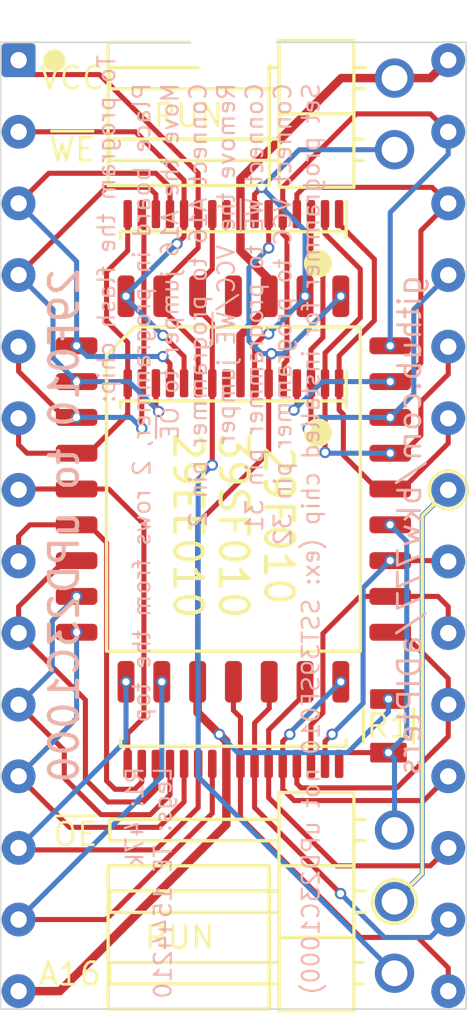
<source format=kicad_pcb>
(kicad_pcb (version 20171130) (host pcbnew 5.1.7-a382d34a8~87~ubuntu20.04.1)

  (general
    (thickness 1.6)
    (drawings 37)
    (tracks 341)
    (zones 0)
    (modules 9)
    (nets 33)
  )

  (page USLetter)
  (title_block
    (title "Brian K. White - b.kenyon.w@gmail.com")
    (date 2020-11-23)
    (rev 002)
  )

  (layers
    (0 F.Cu signal)
    (31 B.Cu signal)
    (32 B.Adhes user hide)
    (33 F.Adhes user hide)
    (34 B.Paste user hide)
    (35 F.Paste user hide)
    (36 B.SilkS user hide)
    (37 F.SilkS user)
    (38 B.Mask user)
    (39 F.Mask user)
    (40 Dwgs.User user hide)
    (41 Cmts.User user hide)
    (42 Eco1.User user hide)
    (43 Eco2.User user hide)
    (44 Edge.Cuts user)
    (45 Margin user hide)
    (46 B.CrtYd user hide)
    (47 F.CrtYd user hide)
    (48 B.Fab user hide)
    (49 F.Fab user hide)
  )

  (setup
    (last_trace_width 0.18)
    (user_trace_width 0.16)
    (user_trace_width 0.3)
    (trace_clearance 0.1524)
    (zone_clearance 0.508)
    (zone_45_only no)
    (trace_min 0.1524)
    (via_size 0.4064)
    (via_drill 0.254)
    (via_min_size 0.4064)
    (via_min_drill 0.254)
    (uvia_size 0.4064)
    (uvia_drill 0.254)
    (uvias_allowed no)
    (uvia_min_size 0.4064)
    (uvia_min_drill 0.254)
    (edge_width 0.05)
    (segment_width 0.2)
    (pcb_text_width 0.3)
    (pcb_text_size 1.5 1.5)
    (mod_edge_width 0.12)
    (mod_text_size 1 1)
    (mod_text_width 0.15)
    (pad_size 0.7 1.3)
    (pad_drill 0)
    (pad_to_mask_clearance 0)
    (aux_axis_origin 0 0)
    (grid_origin 150.025 98.75)
    (visible_elements FFFFFF7F)
    (pcbplotparams
      (layerselection 0x010fc_ffffffff)
      (usegerberextensions false)
      (usegerberattributes false)
      (usegerberadvancedattributes false)
      (creategerberjobfile false)
      (excludeedgelayer true)
      (linewidth 0.100000)
      (plotframeref false)
      (viasonmask false)
      (mode 1)
      (useauxorigin false)
      (hpglpennumber 1)
      (hpglpenspeed 20)
      (hpglpendiameter 15.000000)
      (psnegative false)
      (psa4output false)
      (plotreference true)
      (plotvalue true)
      (plotinvisibletext false)
      (padsonsilk false)
      (subtractmaskfromsilk false)
      (outputformat 1)
      (mirror false)
      (drillshape 1)
      (scaleselection 1)
      (outputdirectory ""))
  )

  (net 0 "")
  (net 1 /A14)
  (net 2 /D2)
  (net 3 /A13)
  (net 4 /D1)
  (net 5 /A8)
  (net 6 /D0)
  (net 7 /A9)
  (net 8 /A0)
  (net 9 /A11)
  (net 10 /A1)
  (net 11 /~OE)
  (net 12 /A2)
  (net 13 /A10)
  (net 14 /A3)
  (net 15 /~CE)
  (net 16 /A4)
  (net 17 /D7)
  (net 18 /A5)
  (net 19 /D6)
  (net 20 /A6)
  (net 21 /D5)
  (net 22 /A7)
  (net 23 /D4)
  (net 24 /A12)
  (net 25 /D3)
  (net 26 /~WE)
  (net 27 /A16)
  (net 28 /A15)
  (net 29 /VCC)
  (net 30 /GND)
  (net 31 /A16_OE)
  (net 32 /A17)

  (net_class Default "This is the default net class."
    (clearance 0.1524)
    (trace_width 0.18)
    (via_dia 0.4064)
    (via_drill 0.254)
    (uvia_dia 0.4064)
    (uvia_drill 0.254)
    (add_net /A0)
    (add_net /A1)
    (add_net /A10)
    (add_net /A11)
    (add_net /A12)
    (add_net /A13)
    (add_net /A14)
    (add_net /A15)
    (add_net /A16)
    (add_net /A16_OE)
    (add_net /A17)
    (add_net /A2)
    (add_net /A3)
    (add_net /A4)
    (add_net /A5)
    (add_net /A6)
    (add_net /A7)
    (add_net /A8)
    (add_net /A9)
    (add_net /D0)
    (add_net /D1)
    (add_net /D2)
    (add_net /D3)
    (add_net /D4)
    (add_net /D5)
    (add_net /D6)
    (add_net /D7)
    (add_net /GND)
    (add_net /VCC)
    (add_net /~CE)
    (add_net /~OE)
    (add_net /~WE)
  )

  (module 000_LOCAL:NPTH_3mm (layer F.Cu) (tedit 5F9F8D8C) (tstamp 5FAC65BC)
    (at 150.025 81.605)
    (fp_text reference REF** (at 0 2.54) (layer F.SilkS) hide
      (effects (font (size 1.27 1.27) (thickness 0.127)))
    )
    (fp_text value NPTH_3mm (at 0 -2.54) (layer F.Fab)
      (effects (font (size 1.27 1.27) (thickness 0.0127)))
    )
    (pad "" np_thru_hole circle (at 0 0) (size 3 3) (drill 3) (layers *.Cu *.Mask))
  )

  (module 000_LOCAL:DIP28_0.6_pcb_sil_pins locked (layer F.Cu) (tedit 5FAB941C) (tstamp 5E6197D1)
    (at 150.025 98.75)
    (descr "28-lead though-hole mounted DIP package, row spacing 15.24 mm (600 mils)")
    (tags "THT DIP DIL PDIP 2.54mm 15.24mm 600mil")
    (path /5E5C209E)
    (fp_text reference J1 (at 0 -18.84) (layer F.SilkS) hide
      (effects (font (size 1 1) (thickness 0.15)))
    )
    (fp_text value uPD23C1000 (at 0 18.84) (layer F.Fab)
      (effects (font (size 1 1) (thickness 0.15)))
    )
    (fp_line (start -8.22 -17.11) (end -8.22 17.11) (layer F.CrtYd) (width 0.01))
    (fp_line (start -8.22 17.11) (end 8.22 17.11) (layer F.CrtYd) (width 0.01))
    (fp_line (start 8.22 17.11) (end 8.22 -17.11) (layer F.CrtYd) (width 0.01))
    (fp_line (start 8.22 -17.11) (end -8.22 -17.11) (layer F.CrtYd) (width 0.01))
    (fp_text user %R (at 0.27 3.12) (layer F.Fab)
      (effects (font (size 1 1) (thickness 0.15)))
    )
    (pad 1 thru_hole roundrect (at -7.62 -16.51) (size 1.2 1.2) (drill 0.58) (layers *.Cu *.Mask) (roundrect_rratio 0.1)
      (net 28 /A15))
    (pad 15 thru_hole circle (at 7.62 16.51) (size 1.2 1.2) (drill 0.58) (layers *.Cu *.Mask)
      (net 25 /D3))
    (pad 2 thru_hole circle (at -7.62 -13.97) (size 1.2 1.2) (drill 0.58) (layers *.Cu *.Mask)
      (net 24 /A12))
    (pad 16 thru_hole circle (at 7.62 13.97) (size 1.2 1.2) (drill 0.58) (layers *.Cu *.Mask)
      (net 23 /D4))
    (pad 3 thru_hole circle (at -7.62 -11.43) (size 1.2 1.2) (drill 0.58) (layers *.Cu *.Mask)
      (net 22 /A7))
    (pad 17 thru_hole circle (at 7.62 11.43) (size 1.2 1.2) (drill 0.58) (layers *.Cu *.Mask)
      (net 21 /D5))
    (pad 4 thru_hole circle (at -7.62 -8.89) (size 1.2 1.2) (drill 0.58) (layers *.Cu *.Mask)
      (net 20 /A6))
    (pad 18 thru_hole circle (at 7.62 8.89) (size 1.2 1.2) (drill 0.58) (layers *.Cu *.Mask)
      (net 19 /D6))
    (pad 5 thru_hole circle (at -7.62 -6.35) (size 1.2 1.2) (drill 0.58) (layers *.Cu *.Mask)
      (net 18 /A5))
    (pad 19 thru_hole circle (at 7.62 6.35) (size 1.2 1.2) (drill 0.58) (layers *.Cu *.Mask)
      (net 17 /D7))
    (pad 6 thru_hole circle (at -7.62 -3.81) (size 1.2 1.2) (drill 0.58) (layers *.Cu *.Mask)
      (net 16 /A4))
    (pad 20 thru_hole circle (at 7.62 3.81) (size 1.2 1.2) (drill 0.58) (layers *.Cu *.Mask)
      (net 15 /~CE))
    (pad 7 thru_hole circle (at -7.62 -1.27) (size 1.2 1.2) (drill 0.58) (layers *.Cu *.Mask)
      (net 14 /A3))
    (pad 21 thru_hole circle (at 7.62 1.27) (size 1.2 1.2) (drill 0.58) (layers *.Cu *.Mask)
      (net 13 /A10))
    (pad 8 thru_hole circle (at -7.62 1.27) (size 1.2 1.2) (drill 0.58) (layers *.Cu *.Mask)
      (net 12 /A2))
    (pad 22 thru_hole circle (at 7.62 -1.27) (size 1.2 1.2) (drill 0.58) (layers *.Cu *.Mask)
      (net 31 /A16_OE))
    (pad 9 thru_hole circle (at -7.62 3.81) (size 1.2 1.2) (drill 0.58) (layers *.Cu *.Mask)
      (net 10 /A1))
    (pad 23 thru_hole circle (at 7.62 -3.81) (size 1.2 1.2) (drill 0.58) (layers *.Cu *.Mask)
      (net 9 /A11))
    (pad 10 thru_hole circle (at -7.62 6.35) (size 1.2 1.2) (drill 0.58) (layers *.Cu *.Mask)
      (net 8 /A0))
    (pad 24 thru_hole circle (at 7.62 -6.35) (size 1.2 1.2) (drill 0.58) (layers *.Cu *.Mask)
      (net 7 /A9))
    (pad 11 thru_hole circle (at -7.62 8.89) (size 1.2 1.2) (drill 0.58) (layers *.Cu *.Mask)
      (net 6 /D0))
    (pad 25 thru_hole circle (at 7.62 -8.89) (size 1.2 1.2) (drill 0.58) (layers *.Cu *.Mask)
      (net 5 /A8))
    (pad 12 thru_hole circle (at -7.62 11.43) (size 1.2 1.2) (drill 0.58) (layers *.Cu *.Mask)
      (net 4 /D1))
    (pad 26 thru_hole circle (at 7.62 -11.43) (size 1.2 1.2) (drill 0.58) (layers *.Cu *.Mask)
      (net 3 /A13))
    (pad 13 thru_hole circle (at -7.62 13.97) (size 1.2 1.2) (drill 0.58) (layers *.Cu *.Mask)
      (net 2 /D2))
    (pad 27 thru_hole circle (at 7.62 -13.97) (size 1.2 1.2) (drill 0.58) (layers *.Cu *.Mask)
      (net 1 /A14))
    (pad 14 thru_hole circle (at -7.62 16.51) (size 1.2 1.2) (drill 0.58) (layers *.Cu *.Mask)
      (net 30 /GND))
    (pad 28 thru_hole circle (at 7.62 -16.51) (size 1.2 1.2) (drill 0.58) (layers *.Cu *.Mask)
      (net 29 /VCC))
    (model ${KIPRJMOD}/000_LOCAL.pretty/packages3d/DIL_LEG.step
      (offset (xyz -7.62 16.51 0.18))
      (scale (xyz 1 1 1))
      (rotate (xyz 0 0 0))
    )
    (model ${KIPRJMOD}/000_LOCAL.pretty/packages3d/DIL_LEG.step
      (offset (xyz -7.62 13.97 0.18))
      (scale (xyz 1 1 1))
      (rotate (xyz 0 0 0))
    )
    (model ${KIPRJMOD}/000_LOCAL.pretty/packages3d/DIL_LEG.step
      (offset (xyz -7.62 11.43 0.18))
      (scale (xyz 1 1 1))
      (rotate (xyz 0 0 0))
    )
    (model ${KIPRJMOD}/000_LOCAL.pretty/packages3d/DIL_LEG.step
      (offset (xyz -7.62 8.890000000000001 0.18))
      (scale (xyz 1 1 1))
      (rotate (xyz 0 0 0))
    )
    (model ${KIPRJMOD}/000_LOCAL.pretty/packages3d/DIL_LEG.step
      (offset (xyz -7.62 6.35 0.18))
      (scale (xyz 1 1 1))
      (rotate (xyz 0 0 0))
    )
    (model ${KIPRJMOD}/000_LOCAL.pretty/packages3d/DIL_LEG.step
      (offset (xyz -7.62 3.81 0.18))
      (scale (xyz 1 1 1))
      (rotate (xyz 0 0 0))
    )
    (model ${KIPRJMOD}/000_LOCAL.pretty/packages3d/DIL_LEG.step
      (offset (xyz -7.62 1.27 0.18))
      (scale (xyz 1 1 1))
      (rotate (xyz 0 0 0))
    )
    (model ${KIPRJMOD}/000_LOCAL.pretty/packages3d/DIL_LEG.step
      (offset (xyz -7.62 -1.27 0.18))
      (scale (xyz 1 1 1))
      (rotate (xyz 0 0 0))
    )
    (model ${KIPRJMOD}/000_LOCAL.pretty/packages3d/DIL_LEG.step
      (offset (xyz -7.62 -3.81 0.18))
      (scale (xyz 1 1 1))
      (rotate (xyz 0 0 0))
    )
    (model ${KIPRJMOD}/000_LOCAL.pretty/packages3d/DIL_LEG.step
      (offset (xyz -7.62 -6.35 0.18))
      (scale (xyz 1 1 1))
      (rotate (xyz 0 0 0))
    )
    (model ${KIPRJMOD}/000_LOCAL.pretty/packages3d/DIL_LEG.step
      (offset (xyz -7.62 -8.890000000000001 0.18))
      (scale (xyz 1 1 1))
      (rotate (xyz 0 0 0))
    )
    (model ${KIPRJMOD}/000_LOCAL.pretty/packages3d/DIL_LEG.step
      (offset (xyz -7.62 -11.43 0.18))
      (scale (xyz 1 1 1))
      (rotate (xyz 0 0 0))
    )
    (model ${KIPRJMOD}/000_LOCAL.pretty/packages3d/DIL_LEG.step
      (offset (xyz -7.62 -13.97 0.18))
      (scale (xyz 1 1 1))
      (rotate (xyz 0 0 0))
    )
    (model ${KIPRJMOD}/000_LOCAL.pretty/packages3d/DIL_LEG.step
      (offset (xyz -7.62 -16.51 0.18))
      (scale (xyz 1 1 1))
      (rotate (xyz 0 0 0))
    )
    (model ${KIPRJMOD}/000_LOCAL.pretty/packages3d/DIL_LEG.step
      (offset (xyz 7.62 -16.51 0.18))
      (scale (xyz 1 1 1))
      (rotate (xyz 0 0 0))
    )
    (model ${KIPRJMOD}/000_LOCAL.pretty/packages3d/DIL_LEG.step
      (offset (xyz 7.62 -13.97 0.18))
      (scale (xyz 1 1 1))
      (rotate (xyz 0 0 0))
    )
    (model ${KIPRJMOD}/000_LOCAL.pretty/packages3d/DIL_LEG.step
      (offset (xyz 7.62 -11.43 0.18))
      (scale (xyz 1 1 1))
      (rotate (xyz 0 0 0))
    )
    (model ${KIPRJMOD}/000_LOCAL.pretty/packages3d/DIL_LEG.step
      (offset (xyz 7.62 -8.890000000000001 0.18))
      (scale (xyz 1 1 1))
      (rotate (xyz 0 0 0))
    )
    (model ${KIPRJMOD}/000_LOCAL.pretty/packages3d/DIL_LEG.step
      (offset (xyz 7.62 -6.35 0.18))
      (scale (xyz 1 1 1))
      (rotate (xyz 0 0 0))
    )
    (model ${KIPRJMOD}/000_LOCAL.pretty/packages3d/DIL_LEG.step
      (offset (xyz 7.62 -3.81 0.18))
      (scale (xyz 1 1 1))
      (rotate (xyz 0 0 0))
    )
    (model ${KIPRJMOD}/000_LOCAL.pretty/packages3d/DIL_LEG.step
      (offset (xyz 7.62 -1.27 0.18))
      (scale (xyz 1 1 1))
      (rotate (xyz 0 0 0))
    )
    (model ${KIPRJMOD}/000_LOCAL.pretty/packages3d/DIL_LEG.step
      (offset (xyz 7.62 1.27 0.18))
      (scale (xyz 1 1 1))
      (rotate (xyz 0 0 0))
    )
    (model ${KIPRJMOD}/000_LOCAL.pretty/packages3d/DIL_LEG.step
      (offset (xyz 7.62 3.81 0.18))
      (scale (xyz 1 1 1))
      (rotate (xyz 0 0 0))
    )
    (model ${KIPRJMOD}/000_LOCAL.pretty/packages3d/DIL_LEG.step
      (offset (xyz 7.62 6.35 0.18))
      (scale (xyz 1 1 1))
      (rotate (xyz 0 0 0))
    )
    (model ${KIPRJMOD}/000_LOCAL.pretty/packages3d/DIL_LEG.step
      (offset (xyz 7.62 8.890000000000001 0.18))
      (scale (xyz 1 1 1))
      (rotate (xyz 0 0 0))
    )
    (model ${KIPRJMOD}/000_LOCAL.pretty/packages3d/DIL_LEG.step
      (offset (xyz 7.62 11.43 0.18))
      (scale (xyz 1 1 1))
      (rotate (xyz 0 0 0))
    )
    (model ${KIPRJMOD}/000_LOCAL.pretty/packages3d/DIL_LEG.step
      (offset (xyz 7.62 13.97 0.18))
      (scale (xyz 1 1 1))
      (rotate (xyz 0 0 0))
    )
    (model ${KIPRJMOD}/000_LOCAL.pretty/packages3d/DIL_LEG.step
      (offset (xyz 7.62 16.51 0.18))
      (scale (xyz 1 1 1))
      (rotate (xyz 0 0 0))
    )
  )

  (module 000_LOCAL:NetTie-2_SMD_0.18mm (layer F.Cu) (tedit 5FA22619) (tstamp 5FA2F480)
    (at 151.275 94.6 90)
    (descr "Net tie, 2 pin, 0.5mm square SMD pads")
    (tags "net tie")
    (path /5FA78AD5)
    (attr virtual)
    (fp_text reference NT1 (at 0 -1.2 90) (layer F.SilkS) hide
      (effects (font (size 1 1) (thickness 0.15)))
    )
    (fp_text value Net-Tie_2 (at 0 1.2 90) (layer F.Fab)
      (effects (font (size 1 1) (thickness 0.15)))
    )
    (fp_line (start -1 -0.5) (end -1 0.5) (layer F.CrtYd) (width 0.05))
    (fp_line (start -1 0.5) (end 1 0.5) (layer F.CrtYd) (width 0.05))
    (fp_line (start 1 0.5) (end 1 -0.5) (layer F.CrtYd) (width 0.05))
    (fp_line (start 1 -0.5) (end -1 -0.5) (layer F.CrtYd) (width 0.05))
    (fp_line (start -0.1 0) (end 0.1 0) (layer F.Cu) (width 0.18))
    (pad 2 smd circle (at 0.1 0 90) (size 0.18 0.18) (layers F.Cu)
      (net 32 /A17))
    (pad 1 smd circle (at -0.1 0 90) (size 0.18 0.18) (layers F.Cu)
      (net 30 /GND))
  )

  (module 000_LOCAL:Pin_Header_Angled_1x02_Pitch2.54mm_shorted (layer F.Cu) (tedit 5E67FB6F) (tstamp 5E606307)
    (at 155.74 85.415 180)
    (descr "Through hole angled pin header, 1x02, 2.54mm pitch, 6mm pin length, single row")
    (tags "Through hole angled pin header THT 1x02 2.54mm single row")
    (path /5E685DD0)
    (fp_text reference J2 (at 4.385 -2.27) (layer F.SilkS) hide
      (effects (font (size 1 1) (thickness 0.15)))
    )
    (fp_text value Conn_1x2 (at 4.385 4.81) (layer F.Fab)
      (effects (font (size 1 1) (thickness 0.15)))
    )
    (fp_line (start 2.135 -1.27) (end 4.04 -1.27) (layer F.Fab) (width 0.1))
    (fp_line (start 4.04 -1.27) (end 4.04 3.81) (layer F.Fab) (width 0.1))
    (fp_line (start 4.04 3.81) (end 1.5 3.81) (layer F.Fab) (width 0.1))
    (fp_line (start 1.5 3.81) (end 1.5 -0.635) (layer F.Fab) (width 0.1))
    (fp_line (start 1.5 -0.635) (end 2.135 -1.27) (layer F.Fab) (width 0.1))
    (fp_line (start -0.32 -0.32) (end 1.5 -0.32) (layer F.Fab) (width 0.1))
    (fp_line (start -0.32 -0.32) (end -0.32 0.32) (layer F.Fab) (width 0.1))
    (fp_line (start -0.32 0.32) (end 1.5 0.32) (layer F.Fab) (width 0.1))
    (fp_line (start 4.04 -0.32) (end 10.04 -0.32) (layer F.Fab) (width 0.1))
    (fp_line (start 10.04 -0.32) (end 10.04 0.32) (layer F.Fab) (width 0.1))
    (fp_line (start 4.04 0.32) (end 10.04 0.32) (layer F.Fab) (width 0.1))
    (fp_line (start -0.32 2.22) (end 1.5 2.22) (layer F.Fab) (width 0.1))
    (fp_line (start -0.32 2.22) (end -0.32 2.86) (layer F.Fab) (width 0.1))
    (fp_line (start -0.32 2.86) (end 1.5 2.86) (layer F.Fab) (width 0.1))
    (fp_line (start 4.04 2.22) (end 10.04 2.22) (layer F.Fab) (width 0.1))
    (fp_line (start 10.04 2.22) (end 10.04 2.86) (layer F.Fab) (width 0.1))
    (fp_line (start 4.04 2.86) (end 10.04 2.86) (layer F.Fab) (width 0.1))
    (fp_line (start 1.44 -1.33) (end 1.44 3.87) (layer F.SilkS) (width 0.12))
    (fp_line (start 1.44 3.87) (end 4.1 3.87) (layer F.SilkS) (width 0.12))
    (fp_line (start 4.1 3.87) (end 4.1 -1.33) (layer F.SilkS) (width 0.12))
    (fp_line (start 4.1 -1.33) (end 1.44 -1.33) (layer F.SilkS) (width 0.12))
    (fp_line (start 4.1 -0.38) (end 10.1 -0.38) (layer F.SilkS) (width 0.12))
    (fp_line (start 10.1 -0.38) (end 10.1 0.38) (layer F.SilkS) (width 0.12))
    (fp_line (start 10.1 0.38) (end 4.1 0.38) (layer F.SilkS) (width 0.12))
    (fp_line (start 1.11 -0.38) (end 1.44 -0.38) (layer F.SilkS) (width 0.12))
    (fp_line (start 1.11 0.38) (end 1.44 0.38) (layer F.SilkS) (width 0.12))
    (fp_line (start 1.44 1.27) (end 4.1 1.27) (layer F.SilkS) (width 0.12))
    (fp_line (start 4.1 2.16) (end 10.1 2.16) (layer F.SilkS) (width 0.12))
    (fp_line (start 10.1 2.16) (end 10.1 2.92) (layer F.SilkS) (width 0.12))
    (fp_line (start 10.1 2.92) (end 4.1 2.92) (layer F.SilkS) (width 0.12))
    (fp_line (start 1.042929 2.16) (end 1.44 2.16) (layer F.SilkS) (width 0.12))
    (fp_line (start 1.042929 2.92) (end 1.44 2.92) (layer F.SilkS) (width 0.12))
    (fp_line (start -1.8 -1.8) (end -1.8 4.35) (layer F.CrtYd) (width 0.05))
    (fp_line (start -1.8 4.35) (end 10.55 4.35) (layer F.CrtYd) (width 0.05))
    (fp_line (start 10.55 4.35) (end 10.55 -1.8) (layer F.CrtYd) (width 0.05))
    (fp_line (start 10.55 -1.8) (end -1.8 -1.8) (layer F.CrtYd) (width 0.05))
    (fp_text user %R (at 2.77 1.27 90) (layer F.Fab)
      (effects (font (size 1 1) (thickness 0.15)))
    )
    (pad 1 thru_hole circle (at 0 0 180) (size 1.397 1.397) (drill 0.9144) (layers *.Cu *.Mask)
      (net 26 /~WE))
    (pad 2 thru_hole circle (at 0 2.54 180) (size 1.397 1.397) (drill 0.9144) (layers *.Cu *.Mask)
      (net 29 /VCC))
    (model ${KIPRJMOD}/000_LOCAL.pretty/packages3d/PinHeader_1x02_P2.54mm_Horizontal.step
      (at (xyz 0 0 0))
      (scale (xyz 1 1 1))
      (rotate (xyz 0 0 0))
    )
    (model ${KIPRJMOD}/000_LOCAL.pretty/packages3d/Jumper.stp
      (offset (xyz 4.064 -3.7719 0.0762))
      (scale (xyz 1 1 1))
      (rotate (xyz -90 -90 0))
    )
  )

  (module 000_LOCAL:Pin_Header_Angled_1x03_Pitch2.54mm_12shorted (layer F.Cu) (tedit 5E67F9D5) (tstamp 5FA45D6C)
    (at 155.74 114.625 180)
    (descr "Through hole angled pin header, 1x03, 2.54mm pitch, 6mm pin length, single row")
    (tags "Through hole angled pin header THT 1x03 2.54mm single row")
    (path /5E634357)
    (fp_text reference J3 (at 4.385 -2.27) (layer F.SilkS) hide
      (effects (font (size 1 1) (thickness 0.15)))
    )
    (fp_text value Conn_1x3 (at 4.385 7.35) (layer F.Fab)
      (effects (font (size 1 1) (thickness 0.15)))
    )
    (fp_poly (pts (xy 0.3175 0.3175) (xy -0.3175 0.3175) (xy -0.3175 -0.3175) (xy 0.3175 -0.3175)) (layer Dwgs.User) (width 0.00254))
    (fp_line (start 2.135 -1.27) (end 4.04 -1.27) (layer F.Fab) (width 0.1))
    (fp_line (start 4.04 -1.27) (end 4.04 6.35) (layer F.Fab) (width 0.1))
    (fp_line (start 4.04 6.35) (end 1.5 6.35) (layer F.Fab) (width 0.1))
    (fp_line (start 1.5 6.35) (end 1.5 -0.635) (layer F.Fab) (width 0.1))
    (fp_line (start 1.5 -0.635) (end 2.135 -1.27) (layer F.Fab) (width 0.1))
    (fp_line (start -0.32 -0.32) (end 1.5 -0.32) (layer F.Fab) (width 0.1))
    (fp_line (start -0.32 0.32) (end 1.5 0.32) (layer F.Fab) (width 0.1))
    (fp_line (start 4.04 -0.32) (end 10.04 -0.32) (layer F.Fab) (width 0.1))
    (fp_line (start 10.04 -0.32) (end 10.04 0.32) (layer F.Fab) (width 0.1))
    (fp_line (start 4.04 0.32) (end 10.04 0.32) (layer F.Fab) (width 0.1))
    (fp_line (start -0.32 2.22) (end 1.5 2.22) (layer F.Fab) (width 0.1))
    (fp_line (start -0.32 2.22) (end -0.32 2.86) (layer F.Fab) (width 0.1))
    (fp_line (start -0.32 2.86) (end 1.5 2.86) (layer F.Fab) (width 0.1))
    (fp_line (start 4.04 2.22) (end 10.04 2.22) (layer F.Fab) (width 0.1))
    (fp_line (start 10.04 2.22) (end 10.04 2.86) (layer F.Fab) (width 0.1))
    (fp_line (start 4.04 2.86) (end 10.04 2.86) (layer F.Fab) (width 0.1))
    (fp_line (start -0.32 4.76) (end 1.5 4.76) (layer F.Fab) (width 0.1))
    (fp_line (start -0.32 4.76) (end -0.32 5.4) (layer F.Fab) (width 0.1))
    (fp_line (start -0.32 5.4) (end 1.5 5.4) (layer F.Fab) (width 0.1))
    (fp_line (start 4.04 4.76) (end 10.04 4.76) (layer F.Fab) (width 0.1))
    (fp_line (start 10.04 4.76) (end 10.04 5.4) (layer F.Fab) (width 0.1))
    (fp_line (start 4.04 5.4) (end 10.04 5.4) (layer F.Fab) (width 0.1))
    (fp_line (start 1.44 -1.33) (end 1.44 6.41) (layer F.SilkS) (width 0.12))
    (fp_line (start 1.44 6.41) (end 4.1 6.41) (layer F.SilkS) (width 0.12))
    (fp_line (start 4.1 6.41) (end 4.1 -1.33) (layer F.SilkS) (width 0.12))
    (fp_line (start 4.1 -1.33) (end 1.44 -1.33) (layer F.SilkS) (width 0.12))
    (fp_line (start 4.1 -0.38) (end 10.1 -0.38) (layer F.SilkS) (width 0.12))
    (fp_line (start 10.1 -0.38) (end 10.1 0.38) (layer F.SilkS) (width 0.12))
    (fp_line (start 10.1 0.38) (end 4.1 0.38) (layer F.SilkS) (width 0.12))
    (fp_line (start 1.11 -0.38) (end 1.44 -0.38) (layer F.SilkS) (width 0.12))
    (fp_line (start 1.11 0.38) (end 1.44 0.38) (layer F.SilkS) (width 0.12))
    (fp_line (start 1.44 1.27) (end 4.1 1.27) (layer F.SilkS) (width 0.12))
    (fp_line (start 4.1 2.16) (end 10.1 2.16) (layer F.SilkS) (width 0.12))
    (fp_line (start 10.1 2.16) (end 10.1 2.92) (layer F.SilkS) (width 0.12))
    (fp_line (start 10.1 2.92) (end 4.1 2.92) (layer F.SilkS) (width 0.12))
    (fp_line (start 1.042929 2.16) (end 1.44 2.16) (layer F.SilkS) (width 0.12))
    (fp_line (start 1.042929 2.92) (end 1.44 2.92) (layer F.SilkS) (width 0.12))
    (fp_line (start 1.44 3.81) (end 4.1 3.81) (layer F.SilkS) (width 0.12))
    (fp_line (start 4.1 4.7) (end 10.1 4.7) (layer F.SilkS) (width 0.12))
    (fp_line (start 10.1 4.7) (end 10.1 5.46) (layer F.SilkS) (width 0.12))
    (fp_line (start 10.1 5.46) (end 4.1 5.46) (layer F.SilkS) (width 0.12))
    (fp_line (start 1.042929 4.7) (end 1.44 4.7) (layer F.SilkS) (width 0.12))
    (fp_line (start 1.042929 5.46) (end 1.44 5.46) (layer F.SilkS) (width 0.12))
    (fp_line (start -1.8 -1.8) (end -1.8 6.85) (layer F.CrtYd) (width 0.05))
    (fp_line (start -1.8 6.85) (end 10.55 6.85) (layer F.CrtYd) (width 0.05))
    (fp_line (start 10.55 6.85) (end 10.55 -1.8) (layer F.CrtYd) (width 0.05))
    (fp_line (start 10.55 -1.8) (end -1.8 -1.8) (layer F.CrtYd) (width 0.05))
    (fp_text user %R (at 2.77 2.54 90) (layer F.Fab)
      (effects (font (size 1 1) (thickness 0.15)))
    )
    (pad 1 thru_hole circle (at 0 0 180) (size 1.397 1.397) (drill 0.9144) (layers *.Cu *.Mask)
      (net 27 /A16))
    (pad 2 thru_hole circle (at 0 2.54 180) (size 1.397 1.397) (drill 0.9144) (layers *.Cu *.Mask)
      (net 31 /A16_OE))
    (pad 3 thru_hole circle (at 0 5.08 180) (size 1.397 1.397) (drill 0.9144) (layers *.Cu *.Mask)
      (net 11 /~OE))
    (model ${KIPRJMOD}/000_LOCAL.pretty/packages3d/PinHeader_1x03_P2.54mm_Horizontal.step
      (at (xyz 0 0 0))
      (scale (xyz 1 1 1))
      (rotate (xyz 0 0 0))
    )
    (model ${KIPRJMOD}/000_LOCAL.pretty/packages3d/Jumper.stp
      (offset (xyz 4.064 -3.7592 0.1016))
      (scale (xyz 1 1 1))
      (rotate (xyz 0 -90 90))
    )
  )

  (module 000_LOCAL:R_0805 (layer F.Cu) (tedit 5FA1EFFC) (tstamp 5E638D11)
    (at 155.525 105.85 90)
    (descr "Resistor SMD 0805, reflow soldering, Vishay (see dcrcw.pdf)")
    (tags "resistor 0805")
    (path /5E614D7E)
    (attr smd)
    (fp_text reference R1 (at 0 0) (layer F.SilkS)
      (effects (font (size 0.8 0.8) (thickness 0.1)))
    )
    (fp_text value 47k (at 0 1.75 90) (layer F.Fab)
      (effects (font (size 1 1) (thickness 0.15)))
    )
    (fp_line (start -1 0.62) (end -1 -0.62) (layer F.Fab) (width 0.1))
    (fp_line (start 1 0.62) (end -1 0.62) (layer F.Fab) (width 0.1))
    (fp_line (start 1 -0.62) (end 1 0.62) (layer F.Fab) (width 0.1))
    (fp_line (start -1 -0.62) (end 1 -0.62) (layer F.Fab) (width 0.1))
    (fp_line (start 0.6 0.88) (end -0.6 0.88) (layer F.SilkS) (width 0.12))
    (fp_line (start -0.6 -0.88) (end 0.6 -0.88) (layer F.SilkS) (width 0.12))
    (fp_line (start -1.55 -0.9) (end 1.55 -0.9) (layer F.CrtYd) (width 0.05))
    (fp_line (start -1.55 -0.9) (end -1.55 0.9) (layer F.CrtYd) (width 0.05))
    (fp_line (start 1.55 0.9) (end 1.55 -0.9) (layer F.CrtYd) (width 0.05))
    (fp_line (start 1.55 0.9) (end -1.55 0.9) (layer F.CrtYd) (width 0.05))
    (fp_text user %R (at 0 0 90) (layer F.Fab)
      (effects (font (size 0.5 0.5) (thickness 0.075)))
    )
    (pad 1 smd roundrect (at -0.95 0 90) (size 0.7 1.3) (layers F.Cu F.Paste F.Mask) (roundrect_rratio 0.1)
      (net 11 /~OE))
    (pad 2 smd roundrect (at 0.95 0 90) (size 0.7 1.3) (layers F.Cu F.Paste F.Mask) (roundrect_rratio 0.1)
      (net 30 /GND))
    (model ${KIPRJMOD}/000_LOCAL.pretty/packages3d/R_0805_2012Metric.step
      (at (xyz 0 0 0))
      (scale (xyz 1 1 1))
      (rotate (xyz 0 0 0))
    )
  )

  (module 000_LOCAL:TSOP32-14mm locked (layer F.Cu) (tedit 5F8D316E) (tstamp 5E60E0E3)
    (at 150.025 100.45 180)
    (descr "Module CMS TSOP 32 pins")
    (tags "CMS TSOP")
    (path /5E618FF4)
    (attr smd)
    (fp_text reference U2 (at 0 -2) (layer F.SilkS) hide
      (effects (font (size 1 1) (thickness 0.15)))
    )
    (fp_text value "29F010 sTSOP-32 14mm" (at 0.15 -1.35 180) (layer F.SilkS) hide
      (effects (font (size 1 1) (thickness 0.15)))
    )
    (fp_line (start 4 -6.125) (end 4 -5.875) (layer F.SilkS) (width 0.12))
    (fp_line (start -4 -6.125) (end -4 -5.875) (layer F.SilkS) (width 0.12))
    (fp_line (start 4 6.125) (end 4 5.875) (layer F.SilkS) (width 0.12))
    (fp_line (start -4 7.2) (end -4 5.875) (layer F.SilkS) (width 0.12))
    (fp_line (start 4 -6.125) (end -4 -6.125) (layer F.SilkS) (width 0.12))
    (fp_line (start -4 6.125) (end 4 6.125) (layer F.SilkS) (width 0.12))
    (fp_circle (center -3 5) (end -2.75 5) (layer F.SilkS) (width 0.5))
    (fp_text user "Copyright 2016 Accelerated Designs. All rights reserved." (at 0 0 90) (layer Cmts.User)
      (effects (font (size 0.127 0.127) (thickness 0.002)))
    )
    (fp_text user %R (at 0 0 90) (layer F.Fab)
      (effects (font (size 1 1) (thickness 0.15)))
    )
    (pad 1 smd roundrect (at -3.75 6.75 180) (size 0.3 1) (layers F.Cu F.Paste F.Mask) (roundrect_rratio 0.25)
      (net 9 /A11))
    (pad 2 smd roundrect (at -3.25 6.75 180) (size 0.3 1) (layers F.Cu F.Paste F.Mask) (roundrect_rratio 0.25)
      (net 7 /A9))
    (pad 3 smd roundrect (at -2.75 6.75 180) (size 0.3 1) (layers F.Cu F.Paste F.Mask) (roundrect_rratio 0.25)
      (net 5 /A8))
    (pad 4 smd roundrect (at -2.25 6.75 180) (size 0.3 1) (layers F.Cu F.Paste F.Mask) (roundrect_rratio 0.25)
      (net 3 /A13))
    (pad 5 smd roundrect (at -1.75 6.75 180) (size 0.3 1) (layers F.Cu F.Paste F.Mask) (roundrect_rratio 0.25)
      (net 1 /A14))
    (pad 6 smd roundrect (at -1.25 6.75 180) (size 0.3 1) (layers F.Cu F.Paste F.Mask) (roundrect_rratio 0.25)
      (net 32 /A17))
    (pad 7 smd roundrect (at -0.75 6.75 180) (size 0.3 1) (layers F.Cu F.Paste F.Mask) (roundrect_rratio 0.25)
      (net 26 /~WE))
    (pad 8 smd roundrect (at -0.25 6.75 180) (size 0.3 1) (layers F.Cu F.Paste F.Mask) (roundrect_rratio 0.25)
      (net 29 /VCC))
    (pad 9 smd roundrect (at 0.25 6.75 180) (size 0.3 1) (layers F.Cu F.Paste F.Mask) (roundrect_rratio 0.25))
    (pad 10 smd roundrect (at 0.75 6.75 180) (size 0.3 1) (layers F.Cu F.Paste F.Mask) (roundrect_rratio 0.25)
      (net 27 /A16))
    (pad 11 smd roundrect (at 1.25 6.75 180) (size 0.3 1) (layers F.Cu F.Paste F.Mask) (roundrect_rratio 0.25)
      (net 28 /A15))
    (pad 12 smd roundrect (at 1.75 6.75 180) (size 0.3 1) (layers F.Cu F.Paste F.Mask) (roundrect_rratio 0.25)
      (net 24 /A12))
    (pad 13 smd roundrect (at 2.25 6.75 180) (size 0.3 1) (layers F.Cu F.Paste F.Mask) (roundrect_rratio 0.25)
      (net 22 /A7))
    (pad 14 smd roundrect (at 2.75 6.75 180) (size 0.3 1) (layers F.Cu F.Paste F.Mask) (roundrect_rratio 0.25)
      (net 20 /A6))
    (pad 15 smd roundrect (at 3.25 6.75 180) (size 0.3 1) (layers F.Cu F.Paste F.Mask) (roundrect_rratio 0.25)
      (net 18 /A5))
    (pad 16 smd roundrect (at 3.75 6.75 180) (size 0.3 1) (layers F.Cu F.Paste F.Mask) (roundrect_rratio 0.25)
      (net 16 /A4))
    (pad 17 smd roundrect (at 3.75 -6.75 180) (size 0.3 1) (layers F.Cu F.Paste F.Mask) (roundrect_rratio 0.25)
      (net 14 /A3))
    (pad 18 smd roundrect (at 3.25 -6.75 180) (size 0.3 1) (layers F.Cu F.Paste F.Mask) (roundrect_rratio 0.25)
      (net 12 /A2))
    (pad 19 smd roundrect (at 2.75 -6.75 180) (size 0.3 1) (layers F.Cu F.Paste F.Mask) (roundrect_rratio 0.25)
      (net 10 /A1))
    (pad 20 smd roundrect (at 2.25 -6.75 180) (size 0.3 1) (layers F.Cu F.Paste F.Mask) (roundrect_rratio 0.25)
      (net 8 /A0))
    (pad 21 smd roundrect (at 1.75 -6.75 180) (size 0.3 1) (layers F.Cu F.Paste F.Mask) (roundrect_rratio 0.25)
      (net 6 /D0))
    (pad 22 smd roundrect (at 1.25 -6.75 180) (size 0.3 1) (layers F.Cu F.Paste F.Mask) (roundrect_rratio 0.25)
      (net 4 /D1))
    (pad 23 smd roundrect (at 0.75 -6.75 180) (size 0.3 1) (layers F.Cu F.Paste F.Mask) (roundrect_rratio 0.25)
      (net 2 /D2))
    (pad 24 smd roundrect (at 0.25 -6.75 180) (size 0.3 1) (layers F.Cu F.Paste F.Mask) (roundrect_rratio 0.25)
      (net 30 /GND))
    (pad 25 smd roundrect (at -0.25 -6.75 180) (size 0.3 1) (layers F.Cu F.Paste F.Mask) (roundrect_rratio 0.25)
      (net 25 /D3))
    (pad 26 smd roundrect (at -0.75 -6.75 180) (size 0.3 1) (layers F.Cu F.Paste F.Mask) (roundrect_rratio 0.25)
      (net 23 /D4))
    (pad 27 smd roundrect (at -1.25 -6.75 180) (size 0.3 1) (layers F.Cu F.Paste F.Mask) (roundrect_rratio 0.25)
      (net 21 /D5))
    (pad 28 smd roundrect (at -1.75 -6.75 180) (size 0.3 1) (layers F.Cu F.Paste F.Mask) (roundrect_rratio 0.25)
      (net 19 /D6))
    (pad 29 smd roundrect (at -2.25 -6.75 180) (size 0.3 1) (layers F.Cu F.Paste F.Mask) (roundrect_rratio 0.25)
      (net 17 /D7))
    (pad 30 smd roundrect (at -2.75 -6.75 180) (size 0.3 1) (layers F.Cu F.Paste F.Mask) (roundrect_rratio 0.25)
      (net 15 /~CE))
    (pad 31 smd roundrect (at -3.25 -6.75 180) (size 0.3 1) (layers F.Cu F.Paste F.Mask) (roundrect_rratio 0.25)
      (net 13 /A10))
    (pad 32 smd roundrect (at -3.75 -6.75 180) (size 0.3 1) (layers F.Cu F.Paste F.Mask) (roundrect_rratio 0.25)
      (net 11 /~OE))
    (model ${KIPRJMOD}/3d/TSOP32_8x14.step
      (at (xyz 0 0 0))
      (scale (xyz 1 1 1))
      (rotate (xyz 0 0 -90))
    )
    (model ${KIPRJMOD}/000_LOCAL.pretty/packages3d/TSOP32_8x14.step
      (at (xyz 0 0 0))
      (scale (xyz 1 1 1))
      (rotate (xyz 0 0 -90))
    )
  )

  (module 000_LOCAL:TSOP32-20mm locked (layer F.Cu) (tedit 5F8D318C) (tstamp 5E5D81C3)
    (at 150.025 97.45 180)
    (descr "Module CMS TSOP 32 pins")
    (tags "CMS TSOP")
    (path /5E5D9957)
    (attr smd)
    (fp_text reference U1 (at 0 -5) (layer F.SilkS) hide
      (effects (font (size 1 1) (thickness 0.15)))
    )
    (fp_text value "29F010 TSOP-32 20mm" (at 0 5) (layer F.Fab)
      (effects (font (size 1 1) (thickness 0.15)))
    )
    (fp_line (start 4 -9.125) (end 4 -8.875) (layer F.SilkS) (width 0.12))
    (fp_line (start -4 -9.125) (end -4 -8.875) (layer F.SilkS) (width 0.12))
    (fp_line (start 4 9.125) (end 4 8.875) (layer F.SilkS) (width 0.12))
    (fp_line (start -4 10.2) (end -4 8.875) (layer F.SilkS) (width 0.12))
    (fp_line (start 4 -9.125) (end -4 -9.125) (layer F.SilkS) (width 0.12))
    (fp_line (start -4 9.125) (end 4 9.125) (layer F.SilkS) (width 0.12))
    (fp_circle (center -3 8) (end -2.75 8) (layer F.SilkS) (width 0.5))
    (fp_text user %R (at 0 0 90) (layer F.Fab)
      (effects (font (size 1 1) (thickness 0.15)))
    )
    (pad 1 smd roundrect (at -3.75 9.75 180) (size 0.3 1) (layers F.Cu F.Paste F.Mask) (roundrect_rratio 0.25)
      (net 9 /A11))
    (pad 2 smd roundrect (at -3.25 9.75 180) (size 0.3 1) (layers F.Cu F.Paste F.Mask) (roundrect_rratio 0.25)
      (net 7 /A9))
    (pad 3 smd roundrect (at -2.75 9.75 180) (size 0.3 1) (layers F.Cu F.Paste F.Mask) (roundrect_rratio 0.25)
      (net 5 /A8))
    (pad 4 smd roundrect (at -2.25 9.75 180) (size 0.3 1) (layers F.Cu F.Paste F.Mask) (roundrect_rratio 0.25)
      (net 3 /A13))
    (pad 5 smd roundrect (at -1.75 9.75 180) (size 0.3 1) (layers F.Cu F.Paste F.Mask) (roundrect_rratio 0.25)
      (net 1 /A14))
    (pad 6 smd roundrect (at -1.25 9.75 180) (size 0.3 1) (layers F.Cu F.Paste F.Mask) (roundrect_rratio 0.25)
      (net 32 /A17))
    (pad 7 smd roundrect (at -0.75 9.75 180) (size 0.3 1) (layers F.Cu F.Paste F.Mask) (roundrect_rratio 0.25)
      (net 26 /~WE))
    (pad 8 smd roundrect (at -0.25 9.75 180) (size 0.3 1) (layers F.Cu F.Paste F.Mask) (roundrect_rratio 0.25)
      (net 29 /VCC))
    (pad 9 smd roundrect (at 0.25 9.75 180) (size 0.3 1) (layers F.Cu F.Paste F.Mask) (roundrect_rratio 0.25))
    (pad 10 smd roundrect (at 0.75 9.75 180) (size 0.3 1) (layers F.Cu F.Paste F.Mask) (roundrect_rratio 0.25)
      (net 27 /A16))
    (pad 11 smd roundrect (at 1.25 9.75 180) (size 0.3 1) (layers F.Cu F.Paste F.Mask) (roundrect_rratio 0.25)
      (net 28 /A15))
    (pad 12 smd roundrect (at 1.75 9.75 180) (size 0.3 1) (layers F.Cu F.Paste F.Mask) (roundrect_rratio 0.25)
      (net 24 /A12))
    (pad 13 smd roundrect (at 2.25 9.75 180) (size 0.3 1) (layers F.Cu F.Paste F.Mask) (roundrect_rratio 0.25)
      (net 22 /A7))
    (pad 14 smd roundrect (at 2.75 9.75 180) (size 0.3 1) (layers F.Cu F.Paste F.Mask) (roundrect_rratio 0.25)
      (net 20 /A6))
    (pad 15 smd roundrect (at 3.25 9.75 180) (size 0.3 1) (layers F.Cu F.Paste F.Mask) (roundrect_rratio 0.25)
      (net 18 /A5))
    (pad 16 smd roundrect (at 3.75 9.75 180) (size 0.3 1) (layers F.Cu F.Paste F.Mask) (roundrect_rratio 0.25)
      (net 16 /A4))
    (pad 17 smd roundrect (at 3.75 -9.75 180) (size 0.3 1) (layers F.Cu F.Paste F.Mask) (roundrect_rratio 0.25)
      (net 14 /A3))
    (pad 18 smd roundrect (at 3.25 -9.75 180) (size 0.3 1) (layers F.Cu F.Paste F.Mask) (roundrect_rratio 0.25)
      (net 12 /A2))
    (pad 19 smd roundrect (at 2.75 -9.75 180) (size 0.3 1) (layers F.Cu F.Paste F.Mask) (roundrect_rratio 0.25)
      (net 10 /A1))
    (pad 20 smd roundrect (at 2.25 -9.75 180) (size 0.3 1) (layers F.Cu F.Paste F.Mask) (roundrect_rratio 0.25)
      (net 8 /A0))
    (pad 21 smd roundrect (at 1.75 -9.75 180) (size 0.3 1) (layers F.Cu F.Paste F.Mask) (roundrect_rratio 0.25)
      (net 6 /D0))
    (pad 22 smd roundrect (at 1.25 -9.75 180) (size 0.3 1) (layers F.Cu F.Paste F.Mask) (roundrect_rratio 0.25)
      (net 4 /D1))
    (pad 23 smd roundrect (at 0.75 -9.75 180) (size 0.3 1) (layers F.Cu F.Paste F.Mask) (roundrect_rratio 0.25)
      (net 2 /D2))
    (pad 24 smd roundrect (at 0.25 -9.75 180) (size 0.3 1) (layers F.Cu F.Paste F.Mask) (roundrect_rratio 0.25)
      (net 30 /GND))
    (pad 25 smd roundrect (at -0.25 -9.75 180) (size 0.3 1) (layers F.Cu F.Paste F.Mask) (roundrect_rratio 0.25)
      (net 25 /D3))
    (pad 26 smd roundrect (at -0.75 -9.75 180) (size 0.3 1) (layers F.Cu F.Paste F.Mask) (roundrect_rratio 0.25)
      (net 23 /D4))
    (pad 27 smd roundrect (at -1.25 -9.75 180) (size 0.3 1) (layers F.Cu F.Paste F.Mask) (roundrect_rratio 0.25)
      (net 21 /D5))
    (pad 28 smd roundrect (at -1.75 -9.75 180) (size 0.3 1) (layers F.Cu F.Paste F.Mask) (roundrect_rratio 0.25)
      (net 19 /D6))
    (pad 29 smd roundrect (at -2.25 -9.75 180) (size 0.3 1) (layers F.Cu F.Paste F.Mask) (roundrect_rratio 0.25)
      (net 17 /D7))
    (pad 30 smd roundrect (at -2.75 -9.75 180) (size 0.3 1) (layers F.Cu F.Paste F.Mask) (roundrect_rratio 0.25)
      (net 15 /~CE))
    (pad 31 smd roundrect (at -3.25 -9.75 180) (size 0.3 1) (layers F.Cu F.Paste F.Mask) (roundrect_rratio 0.25)
      (net 13 /A10))
    (pad 32 smd roundrect (at -3.75 -9.75 180) (size 0.3 1) (layers F.Cu F.Paste F.Mask) (roundrect_rratio 0.25)
      (net 11 /~OE))
    (model ${KIPRJMOD}/3d/TSOP32_8X20.step
      (at (xyz 0 0 0))
      (scale (xyz 1 1 1))
      (rotate (xyz 0 0 -90))
    )
  )

  (module 000_LOCAL:PLCC32_7x9 locked (layer F.Cu) (tedit 5E62DEB6) (tstamp 5E63CD90)
    (at 150.025 97.45)
    (descr "PLCC, 32 Pin (http://ww1.microchip.com/downloads/en/DeviceDoc/doc0015.pdf), generated with kicad-footprint-generator ipc_plcc_jLead_generator.py")
    (tags "PLCC LCC")
    (path /5E644E99)
    (attr virtual)
    (fp_text reference U3 (at 0 -8.52) (layer F.SilkS) hide
      (effects (font (size 1 1) (thickness 0.15)))
    )
    (fp_text value "29F010 PLCC-32 7x9" (at 0 8.52) (layer F.Fab)
      (effects (font (size 1 1) (thickness 0.15)))
    )
    (fp_line (start -4.5 5.75) (end -4.5 -4.75) (layer F.SilkS) (width 0.12))
    (fp_line (start 4.5 5.75) (end -4.5 5.75) (layer F.SilkS) (width 0.12))
    (fp_line (start 4.5 -5.75) (end 4.5 5.75) (layer F.SilkS) (width 0.12))
    (fp_line (start -3.5 -5.75) (end 4.5 -5.75) (layer F.SilkS) (width 0.12))
    (fp_line (start -4.5 -4.75) (end -3.5 -5.75) (layer F.SilkS) (width 0.12))
    (fp_circle (center 0 -5.08) (end 0.25 -5.08) (layer F.Fab) (width 0.5))
    (fp_line (start -6.55 -5.63) (end -6.55 0) (layer F.CrtYd) (width 0.05))
    (fp_line (start -5.96 -5.63) (end -6.55 -5.63) (layer F.CrtYd) (width 0.05))
    (fp_line (start -5.96 -5.95) (end -5.96 -5.63) (layer F.CrtYd) (width 0.05))
    (fp_line (start -4.68 -7.23) (end -5.96 -5.95) (layer F.CrtYd) (width 0.05))
    (fp_line (start -4.36 -7.23) (end -4.68 -7.23) (layer F.CrtYd) (width 0.05))
    (fp_line (start -4.36 -7.82) (end -4.36 -7.23) (layer F.CrtYd) (width 0.05))
    (fp_line (start 0 -7.82) (end -4.36 -7.82) (layer F.CrtYd) (width 0.05))
    (fp_line (start 6.55 5.63) (end 6.55 0) (layer F.CrtYd) (width 0.05))
    (fp_line (start 5.96 5.63) (end 6.55 5.63) (layer F.CrtYd) (width 0.05))
    (fp_line (start 5.96 7.23) (end 5.96 5.63) (layer F.CrtYd) (width 0.05))
    (fp_line (start 4.36 7.23) (end 5.96 7.23) (layer F.CrtYd) (width 0.05))
    (fp_line (start 4.36 7.82) (end 4.36 7.23) (layer F.CrtYd) (width 0.05))
    (fp_line (start 0 7.82) (end 4.36 7.82) (layer F.CrtYd) (width 0.05))
    (fp_line (start -6.55 5.63) (end -6.55 0) (layer F.CrtYd) (width 0.05))
    (fp_line (start -5.96 5.63) (end -6.55 5.63) (layer F.CrtYd) (width 0.05))
    (fp_line (start -5.96 7.23) (end -5.96 5.63) (layer F.CrtYd) (width 0.05))
    (fp_line (start -4.36 7.23) (end -5.96 7.23) (layer F.CrtYd) (width 0.05))
    (fp_line (start -4.36 7.82) (end -4.36 7.23) (layer F.CrtYd) (width 0.05))
    (fp_line (start 0 7.82) (end -4.36 7.82) (layer F.CrtYd) (width 0.05))
    (fp_line (start 6.55 -5.63) (end 6.55 0) (layer F.CrtYd) (width 0.05))
    (fp_line (start 5.96 -5.63) (end 6.55 -5.63) (layer F.CrtYd) (width 0.05))
    (fp_line (start 5.96 -7.23) (end 5.96 -5.63) (layer F.CrtYd) (width 0.05))
    (fp_line (start 4.36 -7.23) (end 5.96 -7.23) (layer F.CrtYd) (width 0.05))
    (fp_line (start 4.36 -7.82) (end 4.36 -7.23) (layer F.CrtYd) (width 0.05))
    (fp_line (start 0 -7.82) (end 4.36 -7.82) (layer F.CrtYd) (width 0.05))
    (fp_line (start -0.5 -6.985) (end 0 -6.277893) (layer F.Fab) (width 0.1))
    (fp_line (start -4.575 -6.985) (end -0.5 -6.985) (layer F.Fab) (width 0.1))
    (fp_line (start -5.715 -5.845) (end -4.575 -6.985) (layer F.Fab) (width 0.1))
    (fp_line (start -5.715 6.985) (end -5.715 -5.845) (layer F.Fab) (width 0.1))
    (fp_line (start 5.715 6.985) (end -5.715 6.985) (layer F.Fab) (width 0.1))
    (fp_line (start 5.715 -6.985) (end 5.715 6.985) (layer F.Fab) (width 0.1))
    (fp_line (start 0.5 -6.985) (end 5.715 -6.985) (layer F.Fab) (width 0.1))
    (fp_line (start 0 -6.277893) (end 0.5 -6.985) (layer F.Fab) (width 0.1))
    (fp_text user %R (at 0 0) (layer F.Fab)
      (effects (font (size 1 1) (thickness 0.15)))
    )
    (pad 32 smd roundrect (at 1.27 -6.8375) (size 0.6 1.475) (layers F.Cu F.Paste F.Mask) (roundrect_rratio 0.25)
      (net 29 /VCC))
    (pad 31 smd roundrect (at 2.54 -6.8375) (size 0.6 1.475) (layers F.Cu F.Paste F.Mask) (roundrect_rratio 0.25)
      (net 26 /~WE))
    (pad 30 smd roundrect (at 3.81 -6.8375) (size 0.6 1.475) (layers F.Cu F.Paste F.Mask) (roundrect_rratio 0.25)
      (net 32 /A17))
    (pad 29 smd roundrect (at 5.5625 -5.08) (size 1.475 0.6) (layers F.Cu F.Paste F.Mask) (roundrect_rratio 0.25)
      (net 1 /A14))
    (pad 28 smd roundrect (at 5.5625 -3.81) (size 1.475 0.6) (layers F.Cu F.Paste F.Mask) (roundrect_rratio 0.25)
      (net 3 /A13))
    (pad 27 smd roundrect (at 5.5625 -2.54) (size 1.475 0.6) (layers F.Cu F.Paste F.Mask) (roundrect_rratio 0.25)
      (net 5 /A8))
    (pad 26 smd roundrect (at 5.5625 -1.27) (size 1.475 0.6) (layers F.Cu F.Paste F.Mask) (roundrect_rratio 0.25)
      (net 7 /A9))
    (pad 25 smd roundrect (at 5.5625 0) (size 1.475 0.6) (layers F.Cu F.Paste F.Mask) (roundrect_rratio 0.25)
      (net 9 /A11))
    (pad 24 smd roundrect (at 5.5625 1.27) (size 1.475 0.6) (layers F.Cu F.Paste F.Mask) (roundrect_rratio 0.25)
      (net 11 /~OE))
    (pad 23 smd roundrect (at 5.5625 2.54) (size 1.475 0.6) (layers F.Cu F.Paste F.Mask) (roundrect_rratio 0.25)
      (net 13 /A10))
    (pad 22 smd roundrect (at 5.5625 3.81) (size 1.475 0.6) (layers F.Cu F.Paste F.Mask) (roundrect_rratio 0.25)
      (net 15 /~CE))
    (pad 21 smd roundrect (at 5.5625 5.08) (size 1.475 0.6) (layers F.Cu F.Paste F.Mask) (roundrect_rratio 0.25)
      (net 17 /D7))
    (pad 20 smd roundrect (at 3.81 6.8375) (size 0.6 1.475) (layers F.Cu F.Paste F.Mask) (roundrect_rratio 0.25)
      (net 19 /D6))
    (pad 19 smd roundrect (at 2.54 6.8375) (size 0.6 1.475) (layers F.Cu F.Paste F.Mask) (roundrect_rratio 0.25)
      (net 21 /D5))
    (pad 18 smd roundrect (at 1.27 6.8375) (size 0.6 1.475) (layers F.Cu F.Paste F.Mask) (roundrect_rratio 0.25)
      (net 23 /D4))
    (pad 17 smd roundrect (at 0 6.8375) (size 0.6 1.475) (layers F.Cu F.Paste F.Mask) (roundrect_rratio 0.25)
      (net 25 /D3))
    (pad 16 smd roundrect (at -1.27 6.8375) (size 0.6 1.475) (layers F.Cu F.Paste F.Mask) (roundrect_rratio 0.25)
      (net 30 /GND))
    (pad 15 smd roundrect (at -2.54 6.8375) (size 0.6 1.475) (layers F.Cu F.Paste F.Mask) (roundrect_rratio 0.25)
      (net 2 /D2))
    (pad 14 smd roundrect (at -3.81 6.8375) (size 0.6 1.475) (layers F.Cu F.Paste F.Mask) (roundrect_rratio 0.25)
      (net 4 /D1))
    (pad 13 smd roundrect (at -5.5625 5.08) (size 1.475 0.6) (layers F.Cu F.Paste F.Mask) (roundrect_rratio 0.25)
      (net 6 /D0))
    (pad 12 smd roundrect (at -5.5625 3.81) (size 1.475 0.6) (layers F.Cu F.Paste F.Mask) (roundrect_rratio 0.25)
      (net 8 /A0))
    (pad 11 smd roundrect (at -5.5625 2.54) (size 1.475 0.6) (layers F.Cu F.Paste F.Mask) (roundrect_rratio 0.25)
      (net 10 /A1))
    (pad 10 smd roundrect (at -5.5625 1.27) (size 1.475 0.6) (layers F.Cu F.Paste F.Mask) (roundrect_rratio 0.25)
      (net 12 /A2))
    (pad 9 smd roundrect (at -5.5625 0) (size 1.475 0.6) (layers F.Cu F.Paste F.Mask) (roundrect_rratio 0.25)
      (net 14 /A3))
    (pad 8 smd roundrect (at -5.5625 -1.27) (size 1.475 0.6) (layers F.Cu F.Paste F.Mask) (roundrect_rratio 0.25)
      (net 16 /A4))
    (pad 7 smd roundrect (at -5.5625 -2.54) (size 1.475 0.6) (layers F.Cu F.Paste F.Mask) (roundrect_rratio 0.25)
      (net 18 /A5))
    (pad 6 smd roundrect (at -5.5625 -3.81) (size 1.475 0.6) (layers F.Cu F.Paste F.Mask) (roundrect_rratio 0.25)
      (net 20 /A6))
    (pad 5 smd roundrect (at -5.5625 -5.08) (size 1.475 0.6) (layers F.Cu F.Paste F.Mask) (roundrect_rratio 0.25)
      (net 22 /A7))
    (pad 4 smd roundrect (at -3.81 -6.8375) (size 0.6 1.475) (layers F.Cu F.Paste F.Mask) (roundrect_rratio 0.25)
      (net 24 /A12))
    (pad 3 smd roundrect (at -2.54 -6.8375) (size 0.6 1.475) (layers F.Cu F.Paste F.Mask) (roundrect_rratio 0.25)
      (net 28 /A15))
    (pad 2 smd roundrect (at -1.27 -6.8375) (size 0.6 1.475) (layers F.Cu F.Paste F.Mask) (roundrect_rratio 0.25)
      (net 27 /A16))
    (pad 1 smd roundrect (at 0 -6.8375) (size 0.6 1.475) (layers F.Cu F.Paste F.Mask) (roundrect_rratio 0.25))
    (model ${KIPRJMOD}/000_LOCAL.pretty/packages3d/PLCC32_7x9.step
      (offset (xyz 0 0 0.2))
      (scale (xyz 1 1 1))
      (rotate (xyz 0 0 0))
    )
  )

  (gr_text "29F010\n39SF010\n29EE010" (at 150.025 98.75 270) (layer F.SilkS)
    (effects (font (size 1 1) (thickness 0.15)))
  )
  (gr_line (start 151.295 86.685) (end 145.58 86.685) (layer F.SilkS) (width 0.12) (tstamp 5FA482EC))
  (gr_line (start 156.725 98.4) (end 157.125 98) (layer F.SilkS) (width 0.12) (tstamp 5FA46DAC))
  (gr_line (start 156.725 111.1) (end 156.725 98.4) (layer F.SilkS) (width 0.12))
  (gr_text "29F010 to uPD23C1000" (at 144.025 98.75 90) (layer B.SilkS) (tstamp 5E61CED7)
    (effects (font (size 1 1) (thickness 0.15)) (justify mirror))
  )
  (gr_text github.com/bkw777/aDIPters (at 156.275 98.75 90) (layer B.SilkS) (tstamp 5FA327A0)
    (effects (font (size 0.8 0.8) (thickness 0.1)) (justify mirror))
  )
  (gr_text "R1: 47k" (at 146.525 107.25 90) (layer B.SilkS) (tstamp 5E369BB7)
    (effects (font (size 0.6 0.6) (thickness 0.08)) (justify left mirror))
  )
  (gr_text "Legs: TE 1544210" (at 147.525 107.25 90) (layer B.SilkS) (tstamp 5E253AF7)
    (effects (font (size 0.6 0.6) (thickness 0.08)) (justify left mirror))
  )
  (gr_line (start 156.325 111.5) (end 156.725 111.1) (layer F.SilkS) (width 0.12))
  (gr_circle (center 157.645 97.48) (end 158.325 97.48) (layer F.SilkS) (width 0.12))
  (gr_circle (center 155.74 112.085) (end 156.52 112.085) (layer F.SilkS) (width 0.12) (tstamp 5E5FDDFD))
  (gr_text "Set programmer for installed chip (ex: SST39SF010 not uPD23C1000)" (at 152.775 83 90) (layer B.SilkS) (tstamp 5E5F6265)
    (effects (font (size 0.6 0.6) (thickness 0.08)) (justify left mirror))
  )
  (gr_text "Remove the VCC/~WE~ jumper" (at 149.775 83 90) (layer B.SilkS) (tstamp 5E5F61D6)
    (effects (font (size 0.6 0.6) (thickness 0.08)) (justify left mirror))
  )
  (gr_text "Connect VCC to programmer pin 32" (at 151.775 83 90) (layer B.SilkS) (tstamp 5E5F6021)
    (effects (font (size 0.6 0.6) (thickness 0.08)) (justify left mirror))
  )
  (gr_text "Connect ~WE~ to programmer pin 31" (at 150.775 83 90) (layer B.SilkS) (tstamp 5E5F601C)
    (effects (font (size 0.6 0.6) (thickness 0.08)) (justify left mirror))
  )
  (gr_text "Place board in programmer, 2 rows from the top" (at 146.775 83 90) (layer B.SilkS) (tstamp 5E5F6014)
    (effects (font (size 0.6 0.6) (thickness 0.08)) (justify left mirror))
  )
  (gr_text "Connect A16 to programmer pin 2" (at 148.775 83 90) (layer B.SilkS) (tstamp 5E5F5F8B)
    (effects (font (size 0.6 0.6) (thickness 0.08)) (justify left mirror))
  )
  (gr_text "Move the A16 jumper to ~OE~" (at 147.775 83 90) (layer B.SilkS) (tstamp 5E5F5F58)
    (effects (font (size 0.6 0.6) (thickness 0.08)) (justify left mirror))
  )
  (gr_text "To program the flash chip:" (at 145.525 82 90) (layer B.SilkS) (tstamp 5E5F5F53)
    (effects (font (size 0.6 0.6) (thickness 0.08)) (justify left mirror))
  )
  (gr_line (start 145.58 86.685) (end 145.58 81.605) (layer F.SilkS) (width 0.12) (tstamp 5E5F53FB))
  (gr_line (start 151.295 81.605) (end 151.295 86.685) (layer F.SilkS) (width 0.12) (tstamp 5E5F53F9))
  (gr_text RUN (at 148.425 84.2) (layer F.SilkS) (tstamp 5E5F53EF)
    (effects (font (size 0.8 0.8) (thickness 0.1)))
  )
  (gr_line (start 151.295 81.605) (end 145.58 81.605) (layer F.SilkS) (width 0.12) (tstamp 5E5F53EE))
  (gr_line (start 151.295 110.815) (end 151.295 115.895) (layer F.SilkS) (width 0.12) (tstamp 5E5F4FF4))
  (gr_line (start 145.58 110.815) (end 151.295 110.815) (layer F.SilkS) (width 0.12))
  (gr_line (start 145.58 115.895) (end 145.58 110.815) (layer F.SilkS) (width 0.12))
  (gr_line (start 151.295 115.895) (end 145.58 115.895) (layer F.SilkS) (width 0.12))
  (gr_text RUN (at 148.12 113.355) (layer F.SilkS) (tstamp 5E5F4F94)
    (effects (font (size 0.8 0.8) (thickness 0.1)))
  )
  (gr_text ~OE (at 144.425 109.7) (layer F.SilkS) (tstamp 5E5F4BF0)
    (effects (font (size 0.8 0.8) (thickness 0.1)))
  )
  (gr_text A16 (at 144.225 114.65) (layer F.SilkS) (tstamp 5E5F4BED)
    (effects (font (size 0.8 0.8) (thickness 0.1)))
  )
  (gr_text ~WE (at 144.31 85.415) (layer F.SilkS) (tstamp 5E5F48AE)
    (effects (font (size 0.8 0.8) (thickness 0.1)))
  )
  (gr_text VCC (at 144.31 82.875) (layer F.SilkS)
    (effects (font (size 0.8 0.8) (thickness 0.1)))
  )
  (gr_line (start 141.77 115.895) (end 141.77 81.605) (layer Edge.Cuts) (width 0.05) (tstamp 5E36F1C6))
  (gr_line (start 158.28 81.605) (end 158.28 115.895) (layer Edge.Cuts) (width 0.05) (tstamp 5E36F1C5))
  (gr_line (start 141.77 81.605) (end 158.28 81.605) (layer Edge.Cuts) (width 0.05))
  (gr_line (start 141.77 115.895) (end 158.28 115.895) (layer Edge.Cuts) (width 0.05))
  (gr_circle (center 143.675 82.25) (end 143.875 82.25) (layer F.SilkS) (width 0.4))

  (segment (start 150.025 90.6125) (end 150.025 90.6125) (width 0.18) (layer F.Cu) (net 0))
  (segment (start 150.025 90.6125) (end 149.8875 90.6125) (width 0.18) (layer F.Cu) (net 0))
  (via (at 155.5875 92.37) (size 0.4064) (drill 0.254) (layers F.Cu B.Cu) (net 1))
  (segment (start 157.01 84.145) (end 157.645 84.78) (width 0.18) (layer F.Cu) (net 1))
  (segment (start 154.38 84.145) (end 157.01 84.145) (width 0.18) (layer F.Cu) (net 1))
  (segment (start 151.775 86.75) (end 154.38 84.145) (width 0.18) (layer F.Cu) (net 1))
  (segment (start 151.775 87.7) (end 151.775 86.75) (width 0.18) (layer F.Cu) (net 1))
  (segment (start 155.5875 91.0375) (end 155.5875 92.37) (width 0.18) (layer B.Cu) (net 1))
  (segment (start 155.5875 87.6375) (end 155.5875 91.0375) (width 0.18) (layer B.Cu) (net 1))
  (segment (start 157.645 85.58) (end 155.5875 87.6375) (width 0.18) (layer B.Cu) (net 1))
  (segment (start 157.645 84.78) (end 157.645 85.58) (width 0.18) (layer B.Cu) (net 1))
  (segment (start 151.825 93.65) (end 151.775 93.7) (width 0.18) (layer F.Cu) (net 1))
  (segment (start 151.825 93) (end 151.825 93.65) (width 0.18) (layer F.Cu) (net 1))
  (segment (start 151.925 92.9) (end 151.825 93) (width 0.18) (layer F.Cu) (net 1))
  (segment (start 151.925 88.55) (end 151.925 92.9) (width 0.18) (layer F.Cu) (net 1))
  (segment (start 151.775 88.4) (end 151.925 88.55) (width 0.18) (layer F.Cu) (net 1))
  (segment (start 151.775 87.7) (end 151.775 88.4) (width 0.18) (layer F.Cu) (net 1))
  (via (at 147.485 104.2875) (size 0.4064) (drill 0.254) (layers F.Cu B.Cu) (net 2))
  (segment (start 147.485 107.64) (end 142.405 112.72) (width 0.18) (layer B.Cu) (net 2))
  (segment (start 147.485 104.2875) (end 147.485 107.64) (width 0.18) (layer B.Cu) (net 2))
  (segment (start 149.275 108.95) (end 149.275 107.2) (width 0.18) (layer F.Cu) (net 2))
  (segment (start 145.505 112.72) (end 149.275 108.95) (width 0.18) (layer F.Cu) (net 2))
  (segment (start 142.405 112.72) (end 145.505 112.72) (width 0.18) (layer F.Cu) (net 2))
  (via (at 155.5875 93.64) (size 0.4064) (drill 0.254) (layers F.Cu B.Cu) (net 3))
  (segment (start 155.5875 93.64) (end 155.635 93.64) (width 0.18) (layer B.Cu) (net 3))
  (segment (start 152.275 87) (end 152.275 87.7) (width 0.18) (layer F.Cu) (net 3))
  (segment (start 152.525 86.75) (end 152.275 87) (width 0.18) (layer F.Cu) (net 3))
  (segment (start 157.075 86.75) (end 152.525 86.75) (width 0.18) (layer F.Cu) (net 3))
  (segment (start 157.645 87.32) (end 157.075 86.75) (width 0.18) (layer F.Cu) (net 3))
  (segment (start 156.01125 93.64) (end 155.5875 93.64) (width 0.18) (layer F.Cu) (net 3))
  (segment (start 156.675 92.97625) (end 156.01125 93.64) (width 0.18) (layer F.Cu) (net 3))
  (segment (start 156.675 88.29) (end 156.675 92.97625) (width 0.18) (layer F.Cu) (net 3))
  (segment (start 157.645 87.32) (end 156.675 88.29) (width 0.18) (layer F.Cu) (net 3))
  (segment (start 152.275 94.55) (end 152.275 93.7) (width 0.18) (layer F.Cu) (net 3))
  (segment (start 152.175 94.65) (end 152.275 94.55) (width 0.18) (layer F.Cu) (net 3))
  (segment (start 153.185 93.64) (end 155.5875 93.64) (width 0.18) (layer B.Cu) (net 3))
  (segment (start 152.175 94.65) (end 153.185 93.64) (width 0.18) (layer B.Cu) (net 3))
  (via (at 152.175 94.65) (size 0.4064) (drill 0.254) (layers F.Cu B.Cu) (net 3))
  (via (at 146.215 104.2875) (size 0.4064) (drill 0.254) (layers F.Cu B.Cu) (net 4))
  (segment (start 146.215 106.37) (end 142.405 110.18) (width 0.18) (layer B.Cu) (net 4))
  (segment (start 146.215 104.2875) (end 146.215 106.37) (width 0.18) (layer B.Cu) (net 4))
  (segment (start 148.775 108.75) (end 148.775 107.2) (width 0.18) (layer F.Cu) (net 4))
  (segment (start 147.275 110.25) (end 148.775 108.75) (width 0.18) (layer F.Cu) (net 4))
  (segment (start 142.475 110.25) (end 147.275 110.25) (width 0.18) (layer F.Cu) (net 4))
  (segment (start 142.405 110.18) (end 142.475 110.25) (width 0.18) (layer F.Cu) (net 4))
  (via (at 155.5875 94.91) (size 0.4064) (drill 0.254) (layers F.Cu B.Cu) (net 5))
  (segment (start 156.425 91.08) (end 157.645 89.86) (width 0.18) (layer B.Cu) (net 5))
  (segment (start 156.425 94.0725) (end 156.425 91.08) (width 0.18) (layer B.Cu) (net 5))
  (segment (start 155.5875 94.91) (end 156.425 94.0725) (width 0.18) (layer B.Cu) (net 5))
  (segment (start 152.775 89.15) (end 152.775 87.7) (width 0.18) (layer F.Cu) (net 5))
  (segment (start 153.2 89.575) (end 152.775 89.15) (width 0.18) (layer F.Cu) (net 5))
  (segment (start 152.775 92.5) (end 153.2 92.075) (width 0.18) (layer F.Cu) (net 5))
  (segment (start 153.2 92.075) (end 153.2 89.575) (width 0.18) (layer F.Cu) (net 5))
  (segment (start 152.775 93.7) (end 152.775 92.5) (width 0.18) (layer F.Cu) (net 5))
  (segment (start 153.065 94.91) (end 155.5875 94.91) (width 0.18) (layer B.Cu) (net 5))
  (segment (start 152.675 95.3) (end 153.065 94.91) (width 0.18) (layer B.Cu) (net 5))
  (segment (start 152.775 95.2) (end 152.775 93.7) (width 0.18) (layer F.Cu) (net 5))
  (segment (start 152.675 95.3) (end 152.775 95.2) (width 0.18) (layer F.Cu) (net 5))
  (via (at 152.675 95.3) (size 0.4064) (drill 0.254) (layers F.Cu B.Cu) (net 5))
  (via (at 144.4625 102.53) (size 0.4064) (drill 0.254) (layers F.Cu B.Cu) (net 6))
  (segment (start 144.4625 105.5825) (end 142.405 107.64) (width 0.18) (layer B.Cu) (net 6))
  (segment (start 144.4625 102.53) (end 144.4625 105.5825) (width 0.18) (layer B.Cu) (net 6))
  (segment (start 144.215 109.45) (end 143.025 108.26) (width 0.18) (layer F.Cu) (net 6))
  (segment (start 147.375 109.45) (end 144.215 109.45) (width 0.18) (layer F.Cu) (net 6))
  (segment (start 143.025 108.26) (end 142.405 107.64) (width 0.18) (layer F.Cu) (net 6))
  (segment (start 148.275 108.55) (end 147.375 109.45) (width 0.18) (layer F.Cu) (net 6))
  (segment (start 148.275 107.2) (end 148.275 108.55) (width 0.18) (layer F.Cu) (net 6))
  (segment (start 155.5875 96.18) (end 155.5875 96.18) (width 0.18) (layer F.Cu) (net 7))
  (via (at 155.5875 96.18) (size 0.4064) (drill 0.254) (layers F.Cu B.Cu) (net 7))
  (segment (start 153.275 96.15) (end 153.275 93.7) (width 0.18) (layer F.Cu) (net 7))
  (segment (start 153.305 96.18) (end 155.5875 96.18) (width 0.18) (layer B.Cu) (net 7))
  (segment (start 153.275 96.15) (end 153.305 96.18) (width 0.18) (layer B.Cu) (net 7))
  (via (at 153.275 96.15) (size 0.4064) (drill 0.254) (layers F.Cu B.Cu) (net 7))
  (segment (start 157.645 93.38) (end 157.645 92.4) (width 0.18) (layer F.Cu) (net 7))
  (segment (start 156.675 94.35) (end 157.645 93.38) (width 0.18) (layer F.Cu) (net 7))
  (segment (start 156.675 95.55) (end 156.675 94.35) (width 0.18) (layer F.Cu) (net 7))
  (segment (start 156.045 96.18) (end 156.675 95.55) (width 0.18) (layer F.Cu) (net 7))
  (segment (start 155.5875 96.18) (end 156.045 96.18) (width 0.18) (layer F.Cu) (net 7))
  (segment (start 154.525 91.375) (end 153.275 92.625) (width 0.18) (layer F.Cu) (net 7))
  (segment (start 154.525 89.65) (end 154.525 91.375) (width 0.18) (layer F.Cu) (net 7))
  (segment (start 153.275 88.4) (end 154.525 89.65) (width 0.18) (layer F.Cu) (net 7))
  (segment (start 153.275 92.625) (end 153.275 93.7) (width 0.18) (layer F.Cu) (net 7))
  (segment (start 153.275 87.7) (end 153.275 88.4) (width 0.18) (layer F.Cu) (net 7))
  (via (at 144.4625 101.26) (size 0.4064) (drill 0.254) (layers F.Cu B.Cu) (net 8))
  (segment (start 143.6 103.905) (end 142.405 105.1) (width 0.18) (layer B.Cu) (net 8))
  (segment (start 143.6 102.1225) (end 143.6 103.905) (width 0.18) (layer B.Cu) (net 8))
  (segment (start 144.4625 101.26) (end 143.6 102.1225) (width 0.18) (layer B.Cu) (net 8))
  (segment (start 147.7521 107.2229) (end 147.775 107.2) (width 0.18) (layer F.Cu) (net 8))
  (segment (start 147.075 109) (end 147.775 108.3) (width 0.18) (layer F.Cu) (net 8))
  (segment (start 145.325 109) (end 147.075 109) (width 0.18) (layer F.Cu) (net 8))
  (segment (start 144.025 107.7) (end 145.325 109) (width 0.18) (layer F.Cu) (net 8))
  (segment (start 147.775 108.3) (end 147.775 107.2) (width 0.18) (layer F.Cu) (net 8))
  (segment (start 144.025 106.72) (end 144.025 107.7) (width 0.18) (layer F.Cu) (net 8))
  (segment (start 142.405 105.1) (end 144.025 106.72) (width 0.18) (layer F.Cu) (net 8))
  (segment (start 157.645 95.83) (end 157.645 94.94) (width 0.18) (layer F.Cu) (net 9))
  (segment (start 156.025 97.45) (end 157.645 95.83) (width 0.18) (layer F.Cu) (net 9))
  (segment (start 155.5875 97.45) (end 156.025 97.45) (width 0.18) (layer F.Cu) (net 9))
  (segment (start 155.125 97.45) (end 155.5875 97.45) (width 0.18) (layer F.Cu) (net 9))
  (segment (start 153.925 94.8) (end 153.925 96.25) (width 0.18) (layer F.Cu) (net 9))
  (segment (start 153.775 94.65) (end 153.925 94.8) (width 0.18) (layer F.Cu) (net 9))
  (segment (start 153.775 92.725) (end 153.775 94.65) (width 0.18) (layer F.Cu) (net 9))
  (segment (start 153.925 96.25) (end 155.125 97.45) (width 0.18) (layer F.Cu) (net 9))
  (segment (start 155.025 91.475) (end 153.775 92.725) (width 0.18) (layer F.Cu) (net 9))
  (segment (start 155.025 89.3) (end 155.025 91.475) (width 0.18) (layer F.Cu) (net 9))
  (segment (start 153.775 88.05) (end 155.025 89.3) (width 0.18) (layer F.Cu) (net 9))
  (segment (start 153.775 87.7) (end 153.775 88.05) (width 0.18) (layer F.Cu) (net 9))
  (segment (start 144.4625 99.99) (end 144.035 99.99) (width 0.18) (layer F.Cu) (net 10))
  (segment (start 142.405 101.62) (end 142.405 102.56) (width 0.18) (layer F.Cu) (net 10))
  (segment (start 144.035 99.99) (end 142.405 101.62) (width 0.18) (layer F.Cu) (net 10))
  (segment (start 147.275 108.1) (end 147.275 107.2) (width 0.18) (layer F.Cu) (net 10))
  (segment (start 146.825 108.55) (end 147.275 108.1) (width 0.18) (layer F.Cu) (net 10))
  (segment (start 145.575 108.55) (end 146.825 108.55) (width 0.18) (layer F.Cu) (net 10))
  (segment (start 144.775 107.75) (end 145.575 108.55) (width 0.18) (layer F.Cu) (net 10))
  (segment (start 144.775 104.93) (end 144.775 107.75) (width 0.18) (layer F.Cu) (net 10))
  (segment (start 142.405 102.56) (end 144.775 104.93) (width 0.18) (layer F.Cu) (net 10))
  (via (at 155.5875 98.72) (size 0.4064) (drill 0.254) (layers F.Cu B.Cu) (net 11))
  (segment (start 156.175 99.3075) (end 155.5875 98.72) (width 0.18) (layer B.Cu) (net 11))
  (segment (start 156.175 106.15) (end 156.175 99.3075) (width 0.18) (layer B.Cu) (net 11))
  (segment (start 155.525 106.8) (end 156.175 106.15) (width 0.18) (layer B.Cu) (net 11))
  (via (at 155.525 106.8) (size 0.4064) (drill 0.254) (layers F.Cu B.Cu) (net 11))
  (segment (start 153.825 106.8) (end 153.775 106.85) (width 0.18) (layer F.Cu) (net 11))
  (segment (start 153.775 106.85) (end 153.775 107.2) (width 0.18) (layer F.Cu) (net 11))
  (segment (start 155.525 106.8) (end 153.825 106.8) (width 0.18) (layer F.Cu) (net 11))
  (segment (start 155.74 107.015) (end 155.74 109.545) (width 0.18) (layer B.Cu) (net 11))
  (segment (start 155.525 106.8) (end 155.74 107.015) (width 0.18) (layer B.Cu) (net 11))
  (segment (start 142.805 98.72) (end 142.405 99.12) (width 0.18) (layer F.Cu) (net 12))
  (segment (start 142.405 99.12) (end 142.405 100.02) (width 0.18) (layer F.Cu) (net 12))
  (segment (start 144.4625 98.72) (end 142.805 98.72) (width 0.18) (layer F.Cu) (net 12))
  (segment (start 146.775 107.85) (end 146.775 107.2) (width 0.18) (layer F.Cu) (net 12))
  (segment (start 146.525 108.1) (end 146.775 107.85) (width 0.18) (layer F.Cu) (net 12))
  (segment (start 145.825 108.1) (end 146.525 108.1) (width 0.18) (layer F.Cu) (net 12))
  (segment (start 145.525 99.35) (end 145.525 107.8) (width 0.18) (layer F.Cu) (net 12))
  (segment (start 144.895 98.72) (end 145.525 99.35) (width 0.18) (layer F.Cu) (net 12))
  (segment (start 145.525 107.8) (end 145.825 108.1) (width 0.18) (layer F.Cu) (net 12))
  (segment (start 144.4625 98.72) (end 144.895 98.72) (width 0.18) (layer F.Cu) (net 12))
  (via (at 153.525 106.15) (size 0.4064) (drill 0.254) (layers F.Cu B.Cu) (net 13))
  (segment (start 155.5875 99.99) (end 155.5875 99.99) (width 0.18) (layer F.Cu) (net 13))
  (segment (start 155.5875 99.99) (end 155.5875 99.99) (width 0.18) (layer F.Cu) (net 13) (tstamp 5FA4CF69))
  (segment (start 157.615 99.99) (end 157.645 100.02) (width 0.18) (layer F.Cu) (net 13))
  (segment (start 155.5875 99.99) (end 157.615 99.99) (width 0.18) (layer F.Cu) (net 13))
  (via (at 155.5875 99.99) (size 0.4064) (drill 0.254) (layers F.Cu B.Cu) (net 13))
  (segment (start 153.275 106.4) (end 153.525 106.15) (width 0.18) (layer F.Cu) (net 13))
  (segment (start 153.275 107.2) (end 153.275 106.4) (width 0.18) (layer F.Cu) (net 13))
  (segment (start 154.625 100.9525) (end 155.5875 99.99) (width 0.18) (layer B.Cu) (net 13))
  (segment (start 154.625 105.05) (end 154.625 100.9525) (width 0.18) (layer B.Cu) (net 13))
  (segment (start 153.525 106.15) (end 154.625 105.05) (width 0.18) (layer B.Cu) (net 13))
  (segment (start 142.435 97.45) (end 142.405 97.48) (width 0.18) (layer F.Cu) (net 14))
  (segment (start 146.85 105.55) (end 146.85 98.7) (width 0.18) (layer F.Cu) (net 14))
  (segment (start 146.275 106.125) (end 146.85 105.55) (width 0.18) (layer F.Cu) (net 14))
  (segment (start 145.6 97.45) (end 142.435 97.45) (width 0.18) (layer F.Cu) (net 14))
  (segment (start 146.85 98.7) (end 145.6 97.45) (width 0.18) (layer F.Cu) (net 14))
  (segment (start 146.275 107.2) (end 146.275 106.125) (width 0.18) (layer F.Cu) (net 14))
  (segment (start 155.5875 101.26) (end 155.5875 101.26) (width 0.18) (layer F.Cu) (net 15))
  (segment (start 157.285 101.26) (end 157.645 101.62) (width 0.18) (layer F.Cu) (net 15))
  (segment (start 157.645 101.62) (end 157.645 102.56) (width 0.18) (layer F.Cu) (net 15))
  (segment (start 155.5875 101.26) (end 157.285 101.26) (width 0.18) (layer F.Cu) (net 15))
  (segment (start 154.515 101.26) (end 155.5875 101.26) (width 0.18) (layer F.Cu) (net 15))
  (segment (start 153.2 102.575) (end 154.515 101.26) (width 0.18) (layer F.Cu) (net 15))
  (segment (start 153.2 105.39) (end 153.2 102.575) (width 0.18) (layer F.Cu) (net 15))
  (segment (start 152.775 105.815) (end 153.2 105.39) (width 0.18) (layer F.Cu) (net 15))
  (segment (start 152.775 107.2) (end 152.775 105.815) (width 0.18) (layer F.Cu) (net 15))
  (segment (start 145.525 91.5) (end 145.525 89.75) (width 0.18) (layer F.Cu) (net 16))
  (segment (start 146.275 89) (end 146.275 87.7) (width 0.18) (layer F.Cu) (net 16))
  (segment (start 146.275 92.25) (end 145.525 91.5) (width 0.18) (layer F.Cu) (net 16))
  (segment (start 145.525 89.75) (end 146.275 89) (width 0.18) (layer F.Cu) (net 16))
  (segment (start 146.275 93.7) (end 146.275 92.25) (width 0.18) (layer F.Cu) (net 16))
  (segment (start 146.275 94.05) (end 146.275 93.7) (width 0.18) (layer F.Cu) (net 16))
  (segment (start 146.275 94.8) (end 146.275 94.05) (width 0.18) (layer F.Cu) (net 16))
  (segment (start 144.895 96.18) (end 146.275 94.8) (width 0.18) (layer F.Cu) (net 16))
  (segment (start 142.705 96.18) (end 144.895 96.18) (width 0.18) (layer F.Cu) (net 16))
  (segment (start 142.405 95.88) (end 142.705 96.18) (width 0.18) (layer F.Cu) (net 16))
  (segment (start 142.405 94.94) (end 142.405 95.88) (width 0.18) (layer F.Cu) (net 16))
  (segment (start 152.275 107.9) (end 152.275 107.2) (width 0.18) (layer F.Cu) (net 17))
  (segment (start 152.425 108.05) (end 152.275 107.9) (width 0.18) (layer F.Cu) (net 17))
  (segment (start 155.825 108.05) (end 152.425 108.05) (width 0.18) (layer F.Cu) (net 17))
  (segment (start 157.645 106.23) (end 155.825 108.05) (width 0.18) (layer F.Cu) (net 17))
  (segment (start 157.645 105.1) (end 157.645 106.23) (width 0.18) (layer F.Cu) (net 17))
  (segment (start 156.005 102.53) (end 155.5875 102.53) (width 0.18) (layer F.Cu) (net 17))
  (segment (start 157.645 104.17) (end 156.005 102.53) (width 0.18) (layer F.Cu) (net 17))
  (segment (start 157.645 105.1) (end 157.645 104.17) (width 0.18) (layer F.Cu) (net 17))
  (via (at 144.4625 94.91) (size 0.4064) (drill 0.254) (layers F.Cu B.Cu) (net 18))
  (segment (start 146.775 95.3) (end 146.775 93.7) (width 0.18) (layer F.Cu) (net 18))
  (via (at 146.775 95.3) (size 0.4064) (drill 0.254) (layers F.Cu B.Cu) (net 18))
  (segment (start 146.385 94.91) (end 144.4625 94.91) (width 0.18) (layer B.Cu) (net 18))
  (segment (start 146.775 95.3) (end 146.385 94.91) (width 0.18) (layer B.Cu) (net 18))
  (segment (start 142.405 93.28) (end 142.405 92.4) (width 0.18) (layer F.Cu) (net 18))
  (segment (start 144.035 94.91) (end 142.405 93.28) (width 0.18) (layer F.Cu) (net 18))
  (segment (start 144.4625 94.91) (end 144.035 94.91) (width 0.18) (layer F.Cu) (net 18))
  (segment (start 146.85 87.775) (end 146.775 87.7) (width 0.18) (layer F.Cu) (net 18))
  (segment (start 146.85 93.625) (end 146.85 87.775) (width 0.18) (layer F.Cu) (net 18))
  (segment (start 146.775 93.7) (end 146.85 93.625) (width 0.18) (layer F.Cu) (net 18))
  (via (at 152.025 106.15) (size 0.4064) (drill 0.254) (layers F.Cu B.Cu) (net 19))
  (via (at 153.835 104.2875) (size 0.4064) (drill 0.254) (layers F.Cu B.Cu) (net 19))
  (segment (start 151.775 106.4) (end 152.025 106.15) (width 0.18) (layer F.Cu) (net 19))
  (segment (start 151.775 107.2) (end 151.775 106.4) (width 0.18) (layer F.Cu) (net 19))
  (segment (start 152.025 106.0975) (end 153.835 104.2875) (width 0.18) (layer B.Cu) (net 19))
  (segment (start 152.025 106.15) (end 152.025 106.0975) (width 0.18) (layer B.Cu) (net 19))
  (segment (start 151.775 108.1) (end 151.775 107.2) (width 0.18) (layer F.Cu) (net 19))
  (segment (start 152.175 108.5) (end 151.775 108.1) (width 0.18) (layer F.Cu) (net 19))
  (segment (start 156.785 108.5) (end 152.175 108.5) (width 0.18) (layer F.Cu) (net 19))
  (segment (start 157.645 107.64) (end 156.785 108.5) (width 0.18) (layer F.Cu) (net 19))
  (via (at 144.4625 93.64) (size 0.4064) (drill 0.254) (layers F.Cu B.Cu) (net 20))
  (segment (start 147.275 87) (end 147.275 87.7) (width 0.18) (layer F.Cu) (net 20))
  (segment (start 147.025 86.75) (end 147.275 87) (width 0.18) (layer F.Cu) (net 20))
  (segment (start 145.515 86.75) (end 147.025 86.75) (width 0.18) (layer F.Cu) (net 20))
  (segment (start 142.405 89.86) (end 145.515 86.75) (width 0.18) (layer F.Cu) (net 20))
  (segment (start 147.275 94.6) (end 147.275 93.7) (width 0.18) (layer F.Cu) (net 20))
  (segment (start 147.375 94.7) (end 147.275 94.6) (width 0.18) (layer F.Cu) (net 20))
  (segment (start 147.375 94.7) (end 146.315 93.64) (width 0.18) (layer B.Cu) (net 20))
  (segment (start 146.315 93.64) (end 144.4625 93.64) (width 0.18) (layer B.Cu) (net 20))
  (via (at 147.375 94.7) (size 0.4064) (drill 0.254) (layers F.Cu B.Cu) (net 20))
  (segment (start 143.625 91.08) (end 142.405 89.86) (width 0.18) (layer B.Cu) (net 20))
  (segment (start 143.625 92.8025) (end 143.625 91.08) (width 0.18) (layer B.Cu) (net 20))
  (segment (start 144.4625 93.64) (end 143.625 92.8025) (width 0.18) (layer B.Cu) (net 20))
  (segment (start 151.275 106) (end 152.5625 104.7125) (width 0.18) (layer F.Cu) (net 21))
  (segment (start 152.5625 104.7125) (end 152.565 104.7125) (width 0.18) (layer F.Cu) (net 21))
  (segment (start 151.275 107.2) (end 151.275 106) (width 0.18) (layer F.Cu) (net 21))
  (segment (start 157.01 110.815) (end 157.645 110.18) (width 0.18) (layer F.Cu) (net 21))
  (segment (start 153.69 110.815) (end 157.01 110.815) (width 0.18) (layer F.Cu) (net 21))
  (segment (start 151.275 108.4) (end 153.69 110.815) (width 0.18) (layer F.Cu) (net 21))
  (segment (start 151.275 107.2) (end 151.275 108.4) (width 0.18) (layer F.Cu) (net 21))
  (via (at 144.4625 92.37) (size 0.4064) (drill 0.254) (layers F.Cu B.Cu) (net 22))
  (segment (start 143.375 88.29) (end 142.405 87.32) (width 0.18) (layer B.Cu) (net 22))
  (segment (start 144.4625 89.3775) (end 143.375 88.29) (width 0.18) (layer B.Cu) (net 22))
  (segment (start 144.4625 92.37) (end 144.4625 89.3775) (width 0.18) (layer B.Cu) (net 22))
  (segment (start 147.275 86.25) (end 147.775 86.75) (width 0.18) (layer F.Cu) (net 22))
  (segment (start 143.475 86.25) (end 147.275 86.25) (width 0.18) (layer F.Cu) (net 22))
  (segment (start 147.775 86.75) (end 147.775 87.7) (width 0.18) (layer F.Cu) (net 22))
  (segment (start 142.405 87.32) (end 143.475 86.25) (width 0.18) (layer F.Cu) (net 22))
  (segment (start 144.8425 92.75) (end 144.4625 92.37) (width 0.18) (layer B.Cu) (net 22))
  (segment (start 147.525 92.75) (end 144.8425 92.75) (width 0.18) (layer B.Cu) (net 22))
  (via (at 147.525 92.75) (size 0.4064) (drill 0.254) (layers F.Cu B.Cu) (net 22))
  (segment (start 147.775 93) (end 147.775 93.7) (width 0.18) (layer F.Cu) (net 22))
  (segment (start 147.525 92.75) (end 147.775 93) (width 0.18) (layer F.Cu) (net 22))
  (segment (start 157.01 113.355) (end 157.645 112.72) (width 0.18) (layer B.Cu) (net 23))
  (segment (start 155.38 113.355) (end 157.01 113.355) (width 0.18) (layer B.Cu) (net 23))
  (segment (start 153.825 111.8) (end 155.38 113.355) (width 0.18) (layer B.Cu) (net 23))
  (segment (start 150.775 108.75) (end 150.775 107.2) (width 0.18) (layer F.Cu) (net 23))
  (segment (start 153.825 111.8) (end 150.775 108.75) (width 0.18) (layer F.Cu) (net 23))
  (via (at 153.825 111.8) (size 0.4064) (drill 0.254) (layers F.Cu B.Cu) (net 23))
  (segment (start 151.295 105.23) (end 151.295 104.2875) (width 0.18) (layer F.Cu) (net 23))
  (segment (start 150.775 105.75) (end 151.295 105.23) (width 0.18) (layer F.Cu) (net 23))
  (segment (start 150.775 107.2) (end 150.775 105.75) (width 0.18) (layer F.Cu) (net 23))
  (via (at 146.215 90.6125) (size 0.4064) (drill 0.254) (layers F.Cu B.Cu) (net 24))
  (segment (start 146.555 84.78) (end 142.405 84.78) (width 0.18) (layer F.Cu) (net 24))
  (segment (start 148.275 86.5) (end 146.555 84.78) (width 0.18) (layer F.Cu) (net 24))
  (segment (start 148.275 87.7) (end 148.275 86.5) (width 0.18) (layer F.Cu) (net 24))
  (segment (start 148.275 88.5) (end 148.275 87.7) (width 0.18) (layer F.Cu) (net 24))
  (segment (start 148.025 88.75) (end 148.275 88.5) (width 0.18) (layer F.Cu) (net 24))
  (via (at 148.025 88.75) (size 0.4064) (drill 0.254) (layers F.Cu B.Cu) (net 24))
  (segment (start 146.215 90.56) (end 146.215 90.6125) (width 0.18) (layer B.Cu) (net 24))
  (segment (start 148.025 88.75) (end 146.215 90.56) (width 0.18) (layer B.Cu) (net 24))
  (via (at 147.525 92) (size 0.4064) (drill 0.254) (layers F.Cu B.Cu) (net 24))
  (segment (start 146.215 90.69) (end 146.215 90.6125) (width 0.18) (layer B.Cu) (net 24))
  (segment (start 147.525 92) (end 146.215 90.69) (width 0.18) (layer B.Cu) (net 24))
  (segment (start 148.275 92.75) (end 148.275 93.7) (width 0.18) (layer F.Cu) (net 24))
  (segment (start 147.525 92) (end 148.275 92.75) (width 0.18) (layer F.Cu) (net 24))
  (segment (start 156.57 113.355) (end 157.645 114.43) (width 0.18) (layer F.Cu) (net 25))
  (segment (start 157.645 114.43) (end 157.645 115.26) (width 0.18) (layer F.Cu) (net 25))
  (segment (start 154.53 113.355) (end 156.57 113.355) (width 0.18) (layer F.Cu) (net 25))
  (segment (start 150.275 109.1) (end 154.53 113.355) (width 0.18) (layer F.Cu) (net 25))
  (segment (start 150.275 105.55) (end 150.275 109.1) (width 0.18) (layer F.Cu) (net 25))
  (segment (start 150.025 105.3) (end 150.275 105.55) (width 0.18) (layer F.Cu) (net 25))
  (segment (start 150.025 104.2875) (end 150.025 105.3) (width 0.18) (layer F.Cu) (net 25))
  (via (at 152.565 90.6125) (size 0.4064) (drill 0.254) (layers F.Cu B.Cu) (net 26))
  (segment (start 152.36 85.415) (end 155.74 85.415) (width 0.18) (layer B.Cu) (net 26))
  (segment (start 151.025 86.75) (end 152.36 85.415) (width 0.18) (layer B.Cu) (net 26))
  (segment (start 152.565 88.29) (end 152.565 90.6125) (width 0.18) (layer B.Cu) (net 26))
  (segment (start 151.025 86.75) (end 152.565 88.29) (width 0.18) (layer B.Cu) (net 26))
  (segment (start 150.775 87) (end 150.775 87.7) (width 0.18) (layer F.Cu) (net 26))
  (segment (start 151.025 86.75) (end 150.775 87) (width 0.18) (layer F.Cu) (net 26))
  (via (at 151.025 86.75) (size 0.4064) (drill 0.254) (layers F.Cu B.Cu) (net 26))
  (via (at 151.275 91.95) (size 0.4064) (drill 0.254) (layers F.Cu B.Cu) (net 26))
  (segment (start 150.775 92.35) (end 150.775 93.7) (width 0.18) (layer F.Cu) (net 26))
  (segment (start 151.175 91.95) (end 150.775 92.35) (width 0.18) (layer F.Cu) (net 26))
  (segment (start 151.275 91.95) (end 151.175 91.95) (width 0.18) (layer F.Cu) (net 26))
  (segment (start 152.565 90.66) (end 152.565 90.6125) (width 0.18) (layer B.Cu) (net 26))
  (segment (start 151.275 91.95) (end 152.565 90.66) (width 0.18) (layer B.Cu) (net 26))
  (via (at 149.275 96.6) (size 0.4064) (drill 0.254) (layers F.Cu B.Cu) (net 27))
  (segment (start 148.775 107.66) (end 155.74 114.625) (width 0.18) (layer B.Cu) (net 27))
  (segment (start 148.775 97.1) (end 148.775 107.66) (width 0.18) (layer B.Cu) (net 27))
  (segment (start 149.275 96.6) (end 148.775 97.1) (width 0.18) (layer B.Cu) (net 27))
  (segment (start 149.275 89.65) (end 149.275 87.7) (width 0.18) (layer F.Cu) (net 27))
  (segment (start 148.755 90.17) (end 149.275 89.65) (width 0.18) (layer F.Cu) (net 27))
  (segment (start 148.755 91.055) (end 148.755 90.17) (width 0.18) (layer F.Cu) (net 27))
  (segment (start 149.275 91.575) (end 148.755 91.055) (width 0.18) (layer F.Cu) (net 27))
  (segment (start 149.275 96.6) (end 149.275 91.575) (width 0.18) (layer F.Cu) (net 27))
  (segment (start 147.485 90.19) (end 147.485 90.6125) (width 0.18) (layer F.Cu) (net 28))
  (segment (start 148.775 88.9) (end 147.485 90.19) (width 0.18) (layer F.Cu) (net 28))
  (segment (start 148.775 87.7) (end 148.775 88.9) (width 0.18) (layer F.Cu) (net 28))
  (segment (start 142.915 82.75) (end 142.405 82.24) (width 0.18) (layer F.Cu) (net 28))
  (segment (start 145.275 82.75) (end 142.915 82.75) (width 0.18) (layer F.Cu) (net 28))
  (segment (start 148.775 86.25) (end 145.275 82.75) (width 0.18) (layer F.Cu) (net 28))
  (segment (start 148.775 87.7) (end 148.775 86.25) (width 0.18) (layer F.Cu) (net 28))
  (segment (start 148.775 92.35) (end 148.775 93.7) (width 0.18) (layer F.Cu) (net 28))
  (segment (start 147.485 91.06) (end 148.775 92.35) (width 0.18) (layer F.Cu) (net 28))
  (segment (start 147.485 90.6125) (end 147.485 91.06) (width 0.18) (layer F.Cu) (net 28))
  (segment (start 155.74 82.875) (end 155.7 82.875) (width 0.3) (layer B.Cu) (net 29))
  (segment (start 157.01 82.875) (end 157.645 82.24) (width 0.3) (layer F.Cu) (net 29))
  (segment (start 155.74 82.875) (end 157.01 82.875) (width 0.3) (layer F.Cu) (net 29))
  (segment (start 151.295 90.02) (end 151.295 90.6125) (width 0.3) (layer F.Cu) (net 29))
  (segment (start 150.275 89) (end 151.295 90.02) (width 0.3) (layer F.Cu) (net 29))
  (segment (start 150.275 87.7) (end 150.275 89) (width 0.3) (layer F.Cu) (net 29))
  (segment (start 150.275 92) (end 151.295 90.98) (width 0.3) (layer F.Cu) (net 29))
  (segment (start 151.295 90.98) (end 151.295 90.6125) (width 0.3) (layer F.Cu) (net 29))
  (segment (start 150.275 93.7) (end 150.275 92) (width 0.3) (layer F.Cu) (net 29))
  (segment (start 150.275 86.45) (end 150.275 87.7) (width 0.3) (layer F.Cu) (net 29))
  (segment (start 153.85 82.875) (end 150.275 86.45) (width 0.3) (layer F.Cu) (net 29))
  (segment (start 155.74 82.875) (end 153.85 82.875) (width 0.3) (layer F.Cu) (net 29))
  (via (at 155.525 104.9) (size 0.4064) (drill 0.254) (layers F.Cu B.Cu) (net 30))
  (segment (start 151.275 96.15) (end 151.275 94.7) (width 0.18) (layer F.Cu) (net 30))
  (segment (start 148.755 98.67) (end 151.275 96.15) (width 0.18) (layer F.Cu) (net 30))
  (segment (start 148.755 104.2875) (end 148.755 98.67) (width 0.18) (layer F.Cu) (net 30))
  (segment (start 143.865 115.26) (end 142.405 115.26) (width 0.3) (layer F.Cu) (net 30))
  (segment (start 149.775 109.35) (end 143.865 115.26) (width 0.3) (layer F.Cu) (net 30))
  (segment (start 149.775 107.2) (end 149.775 109.35) (width 0.3) (layer F.Cu) (net 30))
  (segment (start 155.525 105.35) (end 155.525 104.9) (width 0.18) (layer B.Cu) (net 30))
  (segment (start 150.175 106.8) (end 154.075 106.8) (width 0.18) (layer B.Cu) (net 30))
  (segment (start 149.525 106.15) (end 150.175 106.8) (width 0.18) (layer B.Cu) (net 30))
  (segment (start 154.075 106.8) (end 155.525 105.35) (width 0.18) (layer B.Cu) (net 30))
  (segment (start 149.775 106.4) (end 149.775 107.2) (width 0.3) (layer F.Cu) (net 30))
  (segment (start 149.525 106.15) (end 149.775 106.4) (width 0.3) (layer F.Cu) (net 30))
  (segment (start 148.755 105.38) (end 148.755 104.2875) (width 0.3) (layer F.Cu) (net 30))
  (segment (start 149.525 106.15) (end 148.755 105.38) (width 0.3) (layer F.Cu) (net 30))
  (via (at 149.525 106.15) (size 0.4064) (drill 0.254) (layers F.Cu B.Cu) (net 30))
  (segment (start 156.725 98.4) (end 157.645 97.48) (width 0.18) (layer B.Cu) (net 31))
  (segment (start 156.725 111.1) (end 156.725 98.4) (width 0.18) (layer B.Cu) (net 31))
  (segment (start 155.74 112.085) (end 156.725 111.1) (width 0.18) (layer B.Cu) (net 31))
  (via (at 153.835 90.6125) (size 0.4064) (drill 0.254) (layers F.Cu B.Cu) (net 32))
  (segment (start 151.275 92.9) (end 151.275 94.5) (width 0.18) (layer F.Cu) (net 32))
  (segment (start 151.275 92.9) (end 151.275 93.7) (width 0.18) (layer F.Cu) (net 32))
  (segment (start 151.275 92.75) (end 151.275 92.9) (width 0.18) (layer F.Cu) (net 32))
  (segment (start 151.375 92.65) (end 151.275 92.75) (width 0.18) (layer F.Cu) (net 32))
  (via (at 151.375 92.65) (size 0.4064) (drill 0.254) (layers F.Cu B.Cu) (net 32))
  (segment (start 150.575 92.2) (end 151.025 92.65) (width 0.18) (layer B.Cu) (net 32))
  (segment (start 150.575 89.6) (end 150.575 92.2) (width 0.18) (layer B.Cu) (net 32))
  (segment (start 151.7975 92.65) (end 153.835 90.6125) (width 0.18) (layer B.Cu) (net 32))
  (segment (start 151.275 88.9) (end 150.575 89.6) (width 0.18) (layer B.Cu) (net 32))
  (segment (start 151.025 92.65) (end 151.7975 92.65) (width 0.18) (layer B.Cu) (net 32))
  (segment (start 151.275 88.9) (end 151.275 87.7) (width 0.18) (layer F.Cu) (net 32))
  (via (at 151.275 88.9) (size 0.4064) (drill 0.254) (layers F.Cu B.Cu) (net 32))

)

</source>
